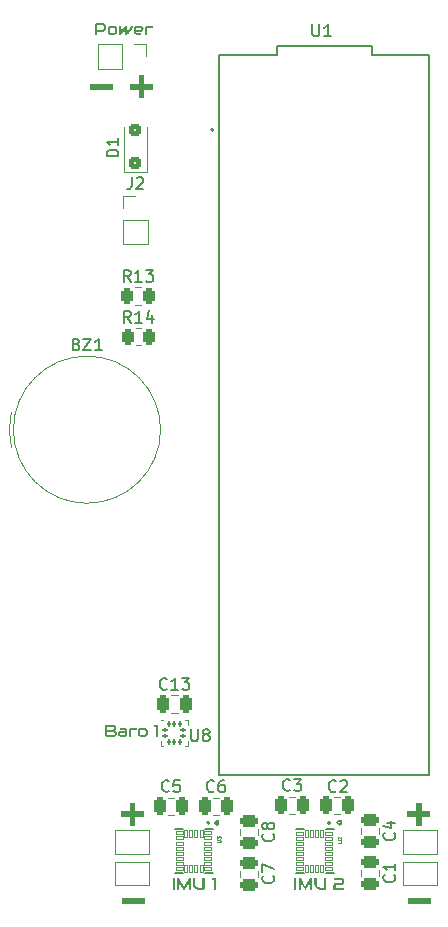
<source format=gto>
%TF.GenerationSoftware,KiCad,Pcbnew,7.0.2*%
%TF.CreationDate,2023-08-01T20:03:33-04:00*%
%TF.ProjectId,imu-testbed,696d752d-7465-4737-9462-65642e6b6963,rev?*%
%TF.SameCoordinates,Original*%
%TF.FileFunction,Legend,Top*%
%TF.FilePolarity,Positive*%
%FSLAX46Y46*%
G04 Gerber Fmt 4.6, Leading zero omitted, Abs format (unit mm)*
G04 Created by KiCad (PCBNEW 7.0.2) date 2023-08-01 20:03:33*
%MOMM*%
%LPD*%
G01*
G04 APERTURE LIST*
G04 Aperture macros list*
%AMRoundRect*
0 Rectangle with rounded corners*
0 $1 Rounding radius*
0 $2 $3 $4 $5 $6 $7 $8 $9 X,Y pos of 4 corners*
0 Add a 4 corners polygon primitive as box body*
4,1,4,$2,$3,$4,$5,$6,$7,$8,$9,$2,$3,0*
0 Add four circle primitives for the rounded corners*
1,1,$1+$1,$2,$3*
1,1,$1+$1,$4,$5*
1,1,$1+$1,$6,$7*
1,1,$1+$1,$8,$9*
0 Add four rect primitives between the rounded corners*
20,1,$1+$1,$2,$3,$4,$5,0*
20,1,$1+$1,$4,$5,$6,$7,0*
20,1,$1+$1,$6,$7,$8,$9,0*
20,1,$1+$1,$8,$9,$2,$3,0*%
%AMFreePoly0*
4,1,6,1.000000,0.000000,0.500000,-0.750000,-0.500000,-0.750000,-0.500000,0.750000,0.500000,0.750000,1.000000,0.000000,1.000000,0.000000,$1*%
%AMFreePoly1*
4,1,6,0.500000,-0.750000,-0.650000,-0.750000,-0.150000,0.000000,-0.650000,0.750000,0.500000,0.750000,0.500000,-0.750000,0.500000,-0.750000,$1*%
G04 Aperture macros list end*
%ADD10C,0.150000*%
%ADD11C,0.080129*%
%ADD12C,0.120000*%
%ADD13C,0.200000*%
%ADD14C,0.127000*%
%ADD15R,2.000000X2.000000*%
%ADD16C,2.000000*%
%ADD17RoundRect,0.250000X-0.262500X-0.450000X0.262500X-0.450000X0.262500X0.450000X-0.262500X0.450000X0*%
%ADD18R,1.350000X1.350000*%
%ADD19O,1.350000X1.350000*%
%ADD20FreePoly0,0.000000*%
%ADD21FreePoly1,0.000000*%
%ADD22RoundRect,0.250000X0.300000X-0.300000X0.300000X0.300000X-0.300000X0.300000X-0.300000X-0.300000X0*%
%ADD23RoundRect,0.002800X-0.262200X-0.137200X0.262200X-0.137200X0.262200X0.137200X-0.262200X0.137200X0*%
%ADD24RoundRect,0.002800X0.137200X-0.262200X0.137200X0.262200X-0.137200X0.262200X-0.137200X-0.262200X0*%
%ADD25RoundRect,0.002800X0.262200X0.137200X-0.262200X0.137200X-0.262200X-0.137200X0.262200X-0.137200X0*%
%ADD26RoundRect,0.002800X-0.137200X0.262200X-0.137200X-0.262200X0.137200X-0.262200X0.137200X0.262200X0*%
%ADD27RoundRect,0.250000X-0.475000X0.250000X-0.475000X-0.250000X0.475000X-0.250000X0.475000X0.250000X0*%
%ADD28RoundRect,0.250000X0.250000X0.475000X-0.250000X0.475000X-0.250000X-0.475000X0.250000X-0.475000X0*%
%ADD29RoundRect,0.250000X-0.250000X-0.475000X0.250000X-0.475000X0.250000X0.475000X-0.250000X0.475000X0*%
%ADD30RoundRect,0.087500X-0.125000X-0.087500X0.125000X-0.087500X0.125000X0.087500X-0.125000X0.087500X0*%
%ADD31RoundRect,0.087500X-0.087500X-0.125000X0.087500X-0.125000X0.087500X0.125000X-0.087500X0.125000X0*%
%ADD32C,1.308000*%
G04 APERTURE END LIST*
D10*
G36*
X154631396Y-140493154D02*
G01*
X153905995Y-140493154D01*
X153905995Y-141218555D01*
X153425325Y-141218555D01*
X153425325Y-140493154D01*
X152697725Y-140493154D01*
X152697725Y-140011018D01*
X153425325Y-140011018D01*
X153425325Y-139285617D01*
X153905995Y-139285617D01*
X153905995Y-140011018D01*
X154631396Y-140011018D01*
X154631396Y-140493154D01*
G37*
G36*
X154698807Y-147859154D02*
G01*
X152765869Y-147859154D01*
X152765869Y-147377018D01*
X154698807Y-147377018D01*
X154698807Y-147859154D01*
G37*
G36*
X130441807Y-147859154D02*
G01*
X128508869Y-147859154D01*
X128508869Y-147377018D01*
X130441807Y-147377018D01*
X130441807Y-147859154D01*
G37*
G36*
X130374396Y-140493154D02*
G01*
X129648995Y-140493154D01*
X129648995Y-141218555D01*
X129168325Y-141218555D01*
X129168325Y-140493154D01*
X128440725Y-140493154D01*
X128440725Y-140011018D01*
X129168325Y-140011018D01*
X129168325Y-139285617D01*
X129648995Y-139285617D01*
X129648995Y-140011018D01*
X130374396Y-140011018D01*
X130374396Y-140493154D01*
G37*
G36*
X127800304Y-132703254D02*
G01*
X127810966Y-132704113D01*
X127821866Y-132705544D01*
X127833005Y-132707548D01*
X127844382Y-132710124D01*
X127855998Y-132713272D01*
X127860711Y-132714692D01*
X127870092Y-132717787D01*
X127879304Y-132721332D01*
X127888349Y-132725328D01*
X127897226Y-132729774D01*
X127905934Y-132734670D01*
X127914475Y-132740017D01*
X127922848Y-132745814D01*
X127931053Y-132752061D01*
X127939060Y-132758717D01*
X127946715Y-132765861D01*
X127954020Y-132773493D01*
X127960973Y-132781614D01*
X127967575Y-132790224D01*
X127973826Y-132799322D01*
X127979726Y-132808908D01*
X127985275Y-132818983D01*
X127990370Y-132829593D01*
X127994785Y-132840782D01*
X127998522Y-132852552D01*
X128001578Y-132864901D01*
X128003425Y-132874544D01*
X128004890Y-132884513D01*
X128005973Y-132894808D01*
X128006673Y-132905430D01*
X128006992Y-132916378D01*
X128007013Y-132920100D01*
X128007013Y-132953561D01*
X128006765Y-132965522D01*
X128006021Y-132977711D01*
X128004780Y-132990129D01*
X128003044Y-133002776D01*
X128001416Y-133012412D01*
X127999509Y-133022176D01*
X127997323Y-133032070D01*
X127994858Y-133042092D01*
X127992114Y-133052243D01*
X127991137Y-133055655D01*
X127988034Y-133065859D01*
X127984588Y-133075957D01*
X127980799Y-133085946D01*
X127976666Y-133095829D01*
X127972189Y-133105604D01*
X127967369Y-133115272D01*
X127962206Y-133124833D01*
X127956699Y-133134286D01*
X127950848Y-133143632D01*
X127944655Y-133152870D01*
X127940334Y-133158969D01*
X127949703Y-133164955D01*
X127958882Y-133171310D01*
X127967869Y-133178035D01*
X127976666Y-133185130D01*
X127985271Y-133192595D01*
X127993686Y-133200429D01*
X127996999Y-133203666D01*
X128005151Y-133212036D01*
X128012970Y-133220811D01*
X128020455Y-133229991D01*
X128027605Y-133239577D01*
X128034422Y-133249569D01*
X128039635Y-133257854D01*
X128043405Y-133264238D01*
X128048278Y-133272932D01*
X128052885Y-133281915D01*
X128057224Y-133291189D01*
X128061296Y-133300752D01*
X128065101Y-133310606D01*
X128068638Y-133320750D01*
X128071909Y-133331184D01*
X128074912Y-133341907D01*
X128077660Y-133352853D01*
X128080041Y-133364072D01*
X128082056Y-133375567D01*
X128083705Y-133387337D01*
X128084987Y-133399381D01*
X128085903Y-133411700D01*
X128086453Y-133424294D01*
X128086636Y-133437162D01*
X128086636Y-133471600D01*
X128086362Y-133482024D01*
X128085539Y-133492685D01*
X128084167Y-133503586D01*
X128082247Y-133514724D01*
X128079779Y-133526102D01*
X128076761Y-133537718D01*
X128075401Y-133542431D01*
X128072363Y-133551754D01*
X128068867Y-133560917D01*
X128064914Y-133569920D01*
X128060502Y-133578762D01*
X128055632Y-133587444D01*
X128050305Y-133595966D01*
X128044519Y-133604327D01*
X128038276Y-133612528D01*
X128031620Y-133620424D01*
X128024476Y-133627992D01*
X128016844Y-133635232D01*
X128008722Y-133642143D01*
X128000113Y-133648726D01*
X127991015Y-133654981D01*
X127981428Y-133660908D01*
X127971353Y-133666506D01*
X127960744Y-133671544D01*
X127949555Y-133675909D01*
X127937785Y-133679604D01*
X127925436Y-133682626D01*
X127915793Y-133684452D01*
X127905824Y-133685901D01*
X127895528Y-133686971D01*
X127884907Y-133687664D01*
X127873959Y-133687979D01*
X127870237Y-133688000D01*
X127192463Y-133688000D01*
X127181822Y-133687459D01*
X127171606Y-133685836D01*
X127161815Y-133683131D01*
X127156559Y-133681161D01*
X127147683Y-133676908D01*
X127138590Y-133671231D01*
X127130309Y-133664553D01*
X127127983Y-133662354D01*
X127121004Y-133654316D01*
X127115026Y-133645467D01*
X127110051Y-133635807D01*
X127109176Y-133633778D01*
X127105870Y-133624242D01*
X127103646Y-133614320D01*
X127102504Y-133604012D01*
X127102337Y-133598118D01*
X127102337Y-132881510D01*
X127280879Y-132881510D01*
X127280879Y-133509458D01*
X127870237Y-133509458D01*
X127880281Y-133508897D01*
X127881960Y-133508725D01*
X127891394Y-133506115D01*
X127894173Y-133504573D01*
X127901204Y-133497563D01*
X127903942Y-133492849D01*
X127907056Y-133483019D01*
X127908058Y-133472783D01*
X127908094Y-133470135D01*
X127908094Y-133437162D01*
X127907826Y-133426420D01*
X127907021Y-133416025D01*
X127905679Y-133405975D01*
X127903801Y-133396271D01*
X127900839Y-133385082D01*
X127897103Y-133374392D01*
X127892664Y-133364234D01*
X127887589Y-133354642D01*
X127881879Y-133345618D01*
X127875534Y-133337160D01*
X127868553Y-133329269D01*
X127866085Y-133326764D01*
X127858365Y-133319589D01*
X127850045Y-133313083D01*
X127841123Y-133307247D01*
X127831601Y-133302081D01*
X127821477Y-133297584D01*
X127817969Y-133296234D01*
X127807195Y-133292582D01*
X127795941Y-133289685D01*
X127786195Y-133287849D01*
X127776115Y-133286537D01*
X127765702Y-133285750D01*
X127754954Y-133285487D01*
X127352442Y-133285487D01*
X127352442Y-133105480D01*
X127674598Y-133105480D01*
X127685346Y-133105224D01*
X127695760Y-133104455D01*
X127705839Y-133103173D01*
X127715585Y-133101378D01*
X127726839Y-133098547D01*
X127737613Y-133094978D01*
X127747937Y-133090630D01*
X127757660Y-133085647D01*
X127766782Y-133080028D01*
X127775303Y-133073775D01*
X127783222Y-133066885D01*
X127785729Y-133064448D01*
X127792904Y-133056662D01*
X127799410Y-133048327D01*
X127805246Y-133039443D01*
X127810413Y-133030009D01*
X127814909Y-133020026D01*
X127816259Y-133016576D01*
X127819911Y-133005877D01*
X127822808Y-132994663D01*
X127824644Y-132984924D01*
X127825956Y-132974828D01*
X127826743Y-132964373D01*
X127827006Y-132953561D01*
X127827006Y-132920100D01*
X127826099Y-132908983D01*
X127822619Y-132898129D01*
X127816528Y-132889989D01*
X127807827Y-132884562D01*
X127796515Y-132881849D01*
X127789881Y-132881510D01*
X127280879Y-132881510D01*
X127102337Y-132881510D01*
X127102337Y-132792849D01*
X127102878Y-132782582D01*
X127104501Y-132772662D01*
X127107206Y-132763090D01*
X127109176Y-132757923D01*
X127113429Y-132748928D01*
X127119105Y-132739750D01*
X127125784Y-132731430D01*
X127127983Y-132729102D01*
X127136021Y-132721865D01*
X127144870Y-132715726D01*
X127153527Y-132711139D01*
X127156559Y-132709807D01*
X127166114Y-132706501D01*
X127176094Y-132704277D01*
X127186499Y-132703135D01*
X127192463Y-132702968D01*
X127789881Y-132702968D01*
X127800304Y-132703254D01*
G37*
G36*
X128982763Y-133442047D02*
G01*
X128982441Y-133453792D01*
X128981475Y-133465822D01*
X128980238Y-133475653D01*
X128978590Y-133485667D01*
X128976529Y-133495864D01*
X128974056Y-133506245D01*
X128971171Y-133516808D01*
X128969574Y-133522159D01*
X128966082Y-133532806D01*
X128962079Y-133543255D01*
X128957564Y-133553506D01*
X128952538Y-133563558D01*
X128947000Y-133573411D01*
X128940952Y-133583067D01*
X128934391Y-133592523D01*
X128927320Y-133601782D01*
X128919771Y-133610758D01*
X128911658Y-133619367D01*
X128902979Y-133627610D01*
X128893736Y-133635487D01*
X128883929Y-133642998D01*
X128873556Y-133650142D01*
X128862618Y-133656920D01*
X128854045Y-133661762D01*
X128851116Y-133663331D01*
X128842143Y-133667740D01*
X128832809Y-133671714D01*
X128823115Y-133675256D01*
X128813060Y-133678363D01*
X128802644Y-133681037D01*
X128791868Y-133683278D01*
X128780731Y-133685085D01*
X128769234Y-133686458D01*
X128757375Y-133687397D01*
X128745157Y-133687903D01*
X128736810Y-133688000D01*
X128414654Y-133688000D01*
X128402909Y-133687683D01*
X128390879Y-133686735D01*
X128381048Y-133685522D01*
X128371034Y-133683904D01*
X128360837Y-133681881D01*
X128350456Y-133679454D01*
X128339893Y-133676622D01*
X128334542Y-133675055D01*
X128323948Y-133671509D01*
X128313538Y-133667468D01*
X128303310Y-133662930D01*
X128293265Y-133657897D01*
X128283404Y-133652367D01*
X128273726Y-133646341D01*
X128264231Y-133639819D01*
X128254919Y-133632801D01*
X128245943Y-133625199D01*
X128237334Y-133617047D01*
X128229091Y-133608346D01*
X128221214Y-133599095D01*
X128213703Y-133589295D01*
X128206559Y-133578945D01*
X128199781Y-133568046D01*
X128194939Y-133559511D01*
X128193370Y-133556597D01*
X128188962Y-133547580D01*
X128184987Y-133538207D01*
X128181445Y-133528478D01*
X128178338Y-133518392D01*
X128175664Y-133507950D01*
X128173423Y-133497151D01*
X128171616Y-133485997D01*
X128170243Y-133474485D01*
X128169304Y-133462618D01*
X128168798Y-133450394D01*
X128168702Y-133442047D01*
X128169018Y-133430296D01*
X128169966Y-133418248D01*
X128171179Y-133408394D01*
X128172797Y-133398349D01*
X128174820Y-133388114D01*
X128177247Y-133377688D01*
X128180079Y-133367071D01*
X128181646Y-133361691D01*
X128185192Y-133350986D01*
X128189233Y-133340488D01*
X128193771Y-133330195D01*
X128198804Y-133320109D01*
X128204334Y-133310228D01*
X128210360Y-133300554D01*
X128216882Y-133291086D01*
X128223900Y-133281824D01*
X128231502Y-133272794D01*
X128239654Y-133264147D01*
X128248355Y-133255880D01*
X128257606Y-133247996D01*
X128267406Y-133240493D01*
X128277756Y-133233372D01*
X128288655Y-133226632D01*
X128297190Y-133221828D01*
X128300104Y-133220274D01*
X128309121Y-133215822D01*
X128318494Y-133211808D01*
X128328223Y-133208232D01*
X128338309Y-133205093D01*
X128348751Y-133202393D01*
X128359550Y-133200130D01*
X128370704Y-133198305D01*
X128382216Y-133196919D01*
X128394083Y-133195970D01*
X128406307Y-133195459D01*
X128414654Y-133195362D01*
X128736810Y-133195362D01*
X128736810Y-133365843D01*
X128414654Y-133365843D01*
X128403681Y-133366392D01*
X128393507Y-133368038D01*
X128382353Y-133371461D01*
X128372349Y-133376464D01*
X128363497Y-133383047D01*
X128358234Y-133388314D01*
X128351511Y-133397026D01*
X128346178Y-133406494D01*
X128342237Y-133416718D01*
X128339687Y-133427698D01*
X128338624Y-133437424D01*
X128338450Y-133443512D01*
X128339011Y-133454051D01*
X128340692Y-133463839D01*
X128344190Y-133474592D01*
X128349302Y-133484264D01*
X128356028Y-133492853D01*
X128361409Y-133497979D01*
X128370328Y-133504619D01*
X128379865Y-133509885D01*
X128390020Y-133513778D01*
X128400793Y-133516297D01*
X128412185Y-133517442D01*
X128416120Y-133517518D01*
X128736810Y-133517518D01*
X128747777Y-133516981D01*
X128757934Y-133515371D01*
X128769050Y-133512023D01*
X128779000Y-133507128D01*
X128787781Y-133500688D01*
X128792986Y-133495536D01*
X128799793Y-133486907D01*
X128805191Y-133477504D01*
X128809181Y-133467329D01*
X128811762Y-133456381D01*
X128812838Y-133446667D01*
X128813014Y-133440581D01*
X128813014Y-133191454D01*
X128812483Y-133180821D01*
X128810891Y-133170903D01*
X128807580Y-133159946D01*
X128802740Y-133150020D01*
X128796371Y-133141125D01*
X128791277Y-133135766D01*
X128782813Y-133128711D01*
X128773542Y-133123115D01*
X128763464Y-133118979D01*
X128752579Y-133116303D01*
X128740887Y-133115087D01*
X128736810Y-133115006D01*
X128344556Y-133115006D01*
X128344556Y-132945501D01*
X128736810Y-132945501D01*
X128748549Y-132945823D01*
X128760562Y-132946789D01*
X128770370Y-132948026D01*
X128780353Y-132949674D01*
X128790512Y-132951735D01*
X128800847Y-132954208D01*
X128811357Y-132957093D01*
X128816678Y-132958690D01*
X128827325Y-132962182D01*
X128837774Y-132966186D01*
X128848025Y-132970700D01*
X128858077Y-132975726D01*
X128867931Y-132981264D01*
X128877586Y-132987313D01*
X128887043Y-132993873D01*
X128896301Y-133000944D01*
X128905330Y-133008493D01*
X128913978Y-133016606D01*
X128922244Y-133025285D01*
X128930129Y-133034528D01*
X128937631Y-133044336D01*
X128944753Y-133054708D01*
X128951492Y-133065646D01*
X128956296Y-133074220D01*
X128957850Y-133077148D01*
X128962302Y-133086121D01*
X128966317Y-133095455D01*
X128969893Y-133105149D01*
X128973031Y-133115204D01*
X128975732Y-133125620D01*
X128977994Y-133136396D01*
X128979819Y-133147533D01*
X128981206Y-133159031D01*
X128982155Y-133170889D01*
X128982666Y-133183108D01*
X128982763Y-133191454D01*
X128982763Y-133442047D01*
G37*
G36*
X129780460Y-133124043D02*
G01*
X129378436Y-133124043D01*
X129367499Y-133124490D01*
X129357432Y-133125832D01*
X129346502Y-133128622D01*
X129336824Y-133132701D01*
X129328401Y-133138068D01*
X129323482Y-133142361D01*
X129316344Y-133151075D01*
X129311621Y-133159827D01*
X129308187Y-133169765D01*
X129306040Y-133180888D01*
X129305235Y-133191062D01*
X129305163Y-133195362D01*
X129305163Y-133688000D01*
X129126378Y-133688000D01*
X129126378Y-133195362D01*
X129126561Y-133184031D01*
X129127110Y-133172998D01*
X129128026Y-133162263D01*
X129129309Y-133151825D01*
X129130957Y-133141685D01*
X129132972Y-133131843D01*
X129135354Y-133122299D01*
X129138101Y-133113052D01*
X129141956Y-133101888D01*
X129146192Y-133091142D01*
X129150810Y-133080812D01*
X129155809Y-133070901D01*
X129161190Y-133061407D01*
X129166953Y-133052330D01*
X129169364Y-133048816D01*
X129175614Y-133040318D01*
X129182149Y-133032225D01*
X129188971Y-133024537D01*
X129196079Y-133017255D01*
X129203473Y-133010379D01*
X129211153Y-133003908D01*
X129214305Y-133001433D01*
X129222303Y-132995500D01*
X129230419Y-132989912D01*
X129240317Y-132983664D01*
X129250386Y-132977914D01*
X129260627Y-132972662D01*
X129267550Y-132969437D01*
X129278017Y-132965006D01*
X129288536Y-132961056D01*
X129299106Y-132957587D01*
X129309728Y-132954599D01*
X129320401Y-132952092D01*
X129323970Y-132951363D01*
X129334549Y-132949371D01*
X129344853Y-132947791D01*
X129354882Y-132946623D01*
X129364637Y-132945868D01*
X129375670Y-132945507D01*
X129377215Y-132945501D01*
X129780460Y-132945501D01*
X129780460Y-133124043D01*
G37*
G36*
X130460420Y-132945718D02*
G01*
X130472747Y-132946368D01*
X130484714Y-132947453D01*
X130496321Y-132948970D01*
X130507566Y-132950922D01*
X130518451Y-132953307D01*
X130528976Y-132956125D01*
X130539139Y-132959377D01*
X130548943Y-132963063D01*
X130558385Y-132967183D01*
X130564480Y-132970170D01*
X130573338Y-132974909D01*
X130581870Y-132979876D01*
X130592739Y-132986852D01*
X130603028Y-132994232D01*
X130612737Y-133002018D01*
X130621865Y-133010207D01*
X130630414Y-133018802D01*
X130638382Y-133027801D01*
X130642149Y-133032452D01*
X130649285Y-133041897D01*
X130655918Y-133051548D01*
X130662047Y-133061406D01*
X130667672Y-133071469D01*
X130672794Y-133081739D01*
X130677411Y-133092215D01*
X130681525Y-133102897D01*
X130685136Y-133113785D01*
X130688284Y-133124676D01*
X130691013Y-133135370D01*
X130693322Y-133145864D01*
X130695211Y-133156161D01*
X130696680Y-133166259D01*
X130697729Y-133176158D01*
X130698451Y-133188253D01*
X130698569Y-133195362D01*
X130698569Y-133437162D01*
X130698386Y-133448558D01*
X130697836Y-133459663D01*
X130696920Y-133470478D01*
X130695638Y-133481004D01*
X130693989Y-133491239D01*
X130691974Y-133501184D01*
X130689593Y-133510839D01*
X130686845Y-133520205D01*
X130682997Y-133531439D01*
X130678779Y-133542244D01*
X130674191Y-133552619D01*
X130669233Y-133562566D01*
X130663906Y-133572082D01*
X130658209Y-133581170D01*
X130655826Y-133584685D01*
X130649712Y-133593183D01*
X130643276Y-133601276D01*
X130636517Y-133608964D01*
X130629437Y-133616246D01*
X130622034Y-133623122D01*
X130614310Y-133629593D01*
X130611130Y-133632068D01*
X130603132Y-133638001D01*
X130595016Y-133643588D01*
X130585118Y-133649837D01*
X130575049Y-133655587D01*
X130564808Y-133660839D01*
X130557885Y-133664064D01*
X130547501Y-133668420D01*
X130537048Y-133672330D01*
X130526527Y-133675793D01*
X130515936Y-133678810D01*
X130505277Y-133681380D01*
X130501709Y-133682138D01*
X130491105Y-133684130D01*
X130480723Y-133685710D01*
X130470565Y-133686878D01*
X130460631Y-133687633D01*
X130449322Y-133687994D01*
X130447732Y-133688000D01*
X130125575Y-133688000D01*
X130113807Y-133687683D01*
X130101704Y-133686735D01*
X130091782Y-133685522D01*
X130081646Y-133683904D01*
X130071296Y-133681881D01*
X130060733Y-133679454D01*
X130049955Y-133676622D01*
X130044487Y-133675055D01*
X130033599Y-133671498D01*
X130022917Y-133667422D01*
X130012441Y-133662827D01*
X130002172Y-133657713D01*
X129992108Y-133652081D01*
X129982250Y-133645929D01*
X129972599Y-133639258D01*
X129963154Y-133632068D01*
X129954002Y-133624283D01*
X129945232Y-133615948D01*
X129936844Y-133607064D01*
X129928838Y-133597630D01*
X129921213Y-133587646D01*
X129913969Y-133577113D01*
X129907108Y-133566031D01*
X129902212Y-133557358D01*
X129900628Y-133554399D01*
X129896132Y-133545234D01*
X129892078Y-133535691D01*
X129888467Y-133525771D01*
X129885297Y-133515472D01*
X129882571Y-133504796D01*
X129880286Y-133493742D01*
X129878443Y-133482311D01*
X129877043Y-133470501D01*
X129876085Y-133458314D01*
X129875569Y-133445749D01*
X129875471Y-133437162D01*
X130054256Y-133437162D01*
X130054704Y-133447748D01*
X130056045Y-133457522D01*
X130058836Y-133468181D01*
X130062915Y-133477672D01*
X130068281Y-133485995D01*
X130072575Y-133490896D01*
X130080145Y-133497204D01*
X130088935Y-133502207D01*
X130098944Y-133505905D01*
X130110173Y-133508298D01*
X130120461Y-133509295D01*
X130127041Y-133509458D01*
X130447732Y-133509458D01*
X130458651Y-133509005D01*
X130468664Y-133507645D01*
X130479483Y-133504817D01*
X130488997Y-133500684D01*
X130497206Y-133495246D01*
X130501953Y-133490896D01*
X130508901Y-133481980D01*
X130513497Y-133473072D01*
X130516841Y-133462997D01*
X130518930Y-133451755D01*
X130519714Y-133441494D01*
X130519783Y-133437162D01*
X130519783Y-133196827D01*
X130519330Y-133185697D01*
X130517970Y-133175508D01*
X130515143Y-133164526D01*
X130511010Y-133154900D01*
X130505571Y-133146631D01*
X130501221Y-133141872D01*
X130492400Y-133134925D01*
X130483556Y-133130328D01*
X130473527Y-133126985D01*
X130462312Y-133124896D01*
X130452062Y-133124112D01*
X130447732Y-133124043D01*
X130127041Y-133124043D01*
X130116244Y-133124490D01*
X130106294Y-133125832D01*
X130095472Y-133128622D01*
X130085870Y-133132701D01*
X130077486Y-133138068D01*
X130072575Y-133142361D01*
X130065437Y-133151075D01*
X130060714Y-133159827D01*
X130057280Y-133169765D01*
X130055133Y-133180888D01*
X130054328Y-133191062D01*
X130054256Y-133195362D01*
X130054256Y-133437162D01*
X129875471Y-133437162D01*
X129875471Y-133195362D01*
X129875692Y-133182678D01*
X129876355Y-133170363D01*
X129877460Y-133158418D01*
X129879008Y-133146841D01*
X129880998Y-133135634D01*
X129883430Y-133124796D01*
X129886305Y-133114328D01*
X129889621Y-133104229D01*
X129893380Y-133094498D01*
X129897581Y-133085138D01*
X129900628Y-133079102D01*
X129905452Y-133070285D01*
X129910491Y-133061786D01*
X129917543Y-133050947D01*
X129924977Y-133040674D01*
X129932793Y-133030965D01*
X129940991Y-133021821D01*
X129949570Y-133013242D01*
X129958530Y-133005228D01*
X129963154Y-133001433D01*
X129972599Y-132994247D01*
X129982250Y-132987587D01*
X129992108Y-132981455D01*
X130002172Y-132975848D01*
X130012441Y-132970769D01*
X130022917Y-132966216D01*
X130033599Y-132962190D01*
X130044487Y-132958690D01*
X130055371Y-132955599D01*
X130066041Y-132952920D01*
X130076498Y-132950653D01*
X130086741Y-132948799D01*
X130096770Y-132947356D01*
X130106585Y-132946326D01*
X130118554Y-132945617D01*
X130125575Y-132945501D01*
X130447732Y-132945501D01*
X130460420Y-132945718D01*
G37*
G36*
X131606175Y-133688000D02*
G01*
X131426901Y-133688000D01*
X131426901Y-132881510D01*
X131265457Y-132881510D01*
X131265457Y-132702968D01*
X131606175Y-132702968D01*
X131606175Y-133688000D01*
G37*
X147118605Y-140970000D02*
G75*
G03*
X147118605Y-140970000I-179605J0D01*
G01*
X136704605Y-140983000D02*
G75*
G03*
X136704605Y-140983000I-179605J0D01*
G01*
G36*
X143285810Y-146642000D02*
G01*
X143107024Y-146642000D01*
X143107024Y-145656968D01*
X143285810Y-145656968D01*
X143285810Y-146642000D01*
G37*
G36*
X144639159Y-146642000D02*
G01*
X144459152Y-146642000D01*
X144459152Y-146055328D01*
X144142369Y-146612446D01*
X144136891Y-146621252D01*
X144130502Y-146629076D01*
X144123200Y-146635918D01*
X144114987Y-146641778D01*
X144109885Y-146644686D01*
X144100555Y-146648969D01*
X144090945Y-146652200D01*
X144081054Y-146654378D01*
X144070883Y-146655505D01*
X144064944Y-146655677D01*
X144054838Y-146655151D01*
X144045036Y-146653573D01*
X144035537Y-146650944D01*
X144026343Y-146647262D01*
X144021225Y-146644686D01*
X144012765Y-146639387D01*
X144005123Y-146633106D01*
X143998299Y-146625843D01*
X143992294Y-146617598D01*
X143989229Y-146612446D01*
X143671225Y-146055328D01*
X143671225Y-146642000D01*
X143492683Y-146642000D01*
X143492683Y-145733172D01*
X143493319Y-145721789D01*
X143495225Y-145710904D01*
X143498402Y-145700517D01*
X143502850Y-145690628D01*
X143508569Y-145681237D01*
X143510757Y-145678217D01*
X143518022Y-145669791D01*
X143526076Y-145662464D01*
X143534920Y-145656235D01*
X143544554Y-145651106D01*
X143554979Y-145647076D01*
X143558629Y-145645977D01*
X143568536Y-145644146D01*
X143578443Y-145643353D01*
X143587450Y-145643535D01*
X143597241Y-145644697D01*
X143606802Y-145646841D01*
X143615293Y-145649641D01*
X143624240Y-145653658D01*
X143633342Y-145659159D01*
X143639718Y-145664051D01*
X143646870Y-145670894D01*
X143653214Y-145678660D01*
X143658280Y-145686521D01*
X144064944Y-146393360D01*
X144471609Y-145686521D01*
X144477900Y-145677254D01*
X144485050Y-145669050D01*
X144493058Y-145661912D01*
X144501925Y-145655838D01*
X144511651Y-145650830D01*
X144515084Y-145649397D01*
X144525611Y-145645928D01*
X144536310Y-145643764D01*
X144547181Y-145642905D01*
X144558223Y-145643352D01*
X144569438Y-145645103D01*
X144573214Y-145645977D01*
X144583661Y-145649641D01*
X144593387Y-145654404D01*
X144602391Y-145660265D01*
X144610674Y-145667226D01*
X144618236Y-145675286D01*
X144620597Y-145678217D01*
X144626905Y-145687442D01*
X144631908Y-145697165D01*
X144635606Y-145707386D01*
X144637999Y-145718105D01*
X144639087Y-145729322D01*
X144639159Y-145733172D01*
X144639159Y-146642000D01*
G37*
G36*
X145804930Y-146552118D02*
G01*
X145804389Y-146562641D01*
X145802767Y-146572778D01*
X145800062Y-146582528D01*
X145798092Y-146587778D01*
X145793800Y-146596654D01*
X145787990Y-146605746D01*
X145781083Y-146614028D01*
X145778796Y-146616354D01*
X145770735Y-146623333D01*
X145761814Y-146629310D01*
X145753051Y-146633833D01*
X145749976Y-146635161D01*
X145740597Y-146638467D01*
X145730870Y-146640691D01*
X145720796Y-146641833D01*
X145715049Y-146642000D01*
X145312537Y-146642000D01*
X145301810Y-146641892D01*
X145291062Y-146641570D01*
X145280292Y-146641034D01*
X145269500Y-146640282D01*
X145258688Y-146639316D01*
X145247854Y-146638136D01*
X145236998Y-146636740D01*
X145226121Y-146635130D01*
X145215222Y-146633306D01*
X145204302Y-146631266D01*
X145197010Y-146629787D01*
X145186097Y-146627336D01*
X145175249Y-146624653D01*
X145164464Y-146621737D01*
X145153745Y-146618590D01*
X145143089Y-146615211D01*
X145132498Y-146611601D01*
X145121972Y-146607758D01*
X145111510Y-146603684D01*
X145101112Y-146599378D01*
X145090779Y-146594840D01*
X145083926Y-146591685D01*
X145073769Y-146586709D01*
X145063724Y-146581487D01*
X145053791Y-146576021D01*
X145043969Y-146570310D01*
X145034259Y-146564355D01*
X145024660Y-146558155D01*
X145015174Y-146551710D01*
X145005798Y-146545020D01*
X144996535Y-146538085D01*
X144987383Y-146530906D01*
X144981344Y-146525984D01*
X144972427Y-146518389D01*
X144963721Y-146510531D01*
X144955225Y-146502412D01*
X144946940Y-146494030D01*
X144938865Y-146485387D01*
X144931000Y-146476482D01*
X144923346Y-146467315D01*
X144915902Y-146457886D01*
X144908668Y-146448195D01*
X144901645Y-146438243D01*
X144897080Y-146431462D01*
X144890481Y-146421067D01*
X144884148Y-146410396D01*
X144878082Y-146399451D01*
X144872281Y-146388231D01*
X144866747Y-146376737D01*
X144861479Y-146364967D01*
X144856478Y-146352923D01*
X144851742Y-146340604D01*
X144847273Y-146328010D01*
X144843070Y-146315142D01*
X144840415Y-146306410D01*
X144836749Y-146293077D01*
X144833443Y-146279456D01*
X144830498Y-146265548D01*
X144827913Y-146251352D01*
X144825689Y-146236869D01*
X144824407Y-146227053D01*
X144823285Y-146217110D01*
X144822323Y-146207039D01*
X144821522Y-146196839D01*
X144820881Y-146186513D01*
X144820400Y-146176058D01*
X144820079Y-146165475D01*
X144819919Y-146154765D01*
X144819899Y-146149362D01*
X144819899Y-145656968D01*
X144998441Y-145656968D01*
X144998441Y-146149362D01*
X144998625Y-146163352D01*
X144999179Y-146176931D01*
X145000102Y-146190097D01*
X145001394Y-146202851D01*
X145003056Y-146215193D01*
X145005087Y-146227122D01*
X145007487Y-146238640D01*
X145010256Y-146249745D01*
X145013394Y-146260439D01*
X145016902Y-146270720D01*
X145019445Y-146277345D01*
X145023483Y-146286951D01*
X145027717Y-146296261D01*
X145032149Y-146305275D01*
X145036779Y-146313993D01*
X145043259Y-146325155D01*
X145050090Y-146335791D01*
X145057273Y-146345901D01*
X145064806Y-146355484D01*
X145072690Y-146364540D01*
X145080846Y-146373039D01*
X145089192Y-146381072D01*
X145097729Y-146388640D01*
X145106457Y-146395742D01*
X145115376Y-146402378D01*
X145124485Y-146408549D01*
X145133785Y-146414254D01*
X145143277Y-146419494D01*
X145152863Y-146424284D01*
X145162327Y-146428760D01*
X145171670Y-146432924D01*
X145180890Y-146436774D01*
X145192243Y-146441148D01*
X145203406Y-146445032D01*
X145214378Y-146448427D01*
X145216549Y-146449048D01*
X145227185Y-146451851D01*
X145237415Y-146454309D01*
X145247240Y-146456421D01*
X145258494Y-146458499D01*
X145269164Y-146460079D01*
X145277610Y-146461016D01*
X145288381Y-146461967D01*
X145298544Y-146462769D01*
X145308779Y-146463372D01*
X145312537Y-146463458D01*
X145626389Y-146463458D01*
X145626389Y-145656968D01*
X145804930Y-145656968D01*
X145804930Y-146552118D01*
G37*
G36*
X147335356Y-146642000D02*
G01*
X146430681Y-146642000D01*
X146430681Y-146311539D01*
X146430961Y-146300286D01*
X146431648Y-146290417D01*
X146432747Y-146280342D01*
X146434258Y-146270061D01*
X146436182Y-146259573D01*
X146436542Y-146257806D01*
X146438964Y-146247107D01*
X146441832Y-146236442D01*
X146445146Y-146225812D01*
X146448907Y-146215216D01*
X146453115Y-146204654D01*
X146454616Y-146201141D01*
X146459537Y-146190620D01*
X146464955Y-146180304D01*
X146470871Y-146170195D01*
X146476182Y-146161928D01*
X146481838Y-146153804D01*
X146486612Y-146147408D01*
X146492985Y-146139613D01*
X146499740Y-146132104D01*
X146506877Y-146124882D01*
X146514395Y-146117946D01*
X146522295Y-146111296D01*
X146530576Y-146104932D01*
X146533995Y-146102467D01*
X146542905Y-146096552D01*
X146552232Y-146091018D01*
X146561977Y-146085866D01*
X146572139Y-146081096D01*
X146582719Y-146076707D01*
X146593716Y-146072700D01*
X146598231Y-146071204D01*
X146609842Y-146067827D01*
X146619475Y-146065537D01*
X146629412Y-146063613D01*
X146639655Y-146062056D01*
X146650203Y-146060866D01*
X146661057Y-146060041D01*
X146672216Y-146059583D01*
X146680785Y-146059480D01*
X147083297Y-146059480D01*
X147094211Y-146059039D01*
X147104206Y-146057715D01*
X147114988Y-146054962D01*
X147124448Y-146050938D01*
X147133813Y-146044636D01*
X147137275Y-146041406D01*
X147144127Y-146032586D01*
X147148661Y-146023741D01*
X147151958Y-146013712D01*
X147154019Y-146002498D01*
X147154792Y-145992248D01*
X147154861Y-145987917D01*
X147154861Y-145909027D01*
X147154419Y-145898089D01*
X147153096Y-145888023D01*
X147150342Y-145877092D01*
X147146318Y-145867415D01*
X147141023Y-145858991D01*
X147136787Y-145854072D01*
X147128203Y-145846839D01*
X147119599Y-145842054D01*
X147109845Y-145838573D01*
X147098940Y-145836398D01*
X147088973Y-145835582D01*
X147084763Y-145835510D01*
X146511036Y-145835510D01*
X146511036Y-145656968D01*
X147084763Y-145656968D01*
X147095922Y-145657151D01*
X147106806Y-145657701D01*
X147117415Y-145658617D01*
X147127750Y-145659899D01*
X147137809Y-145661548D01*
X147147594Y-145663563D01*
X147157105Y-145665944D01*
X147166340Y-145668692D01*
X147177504Y-145672482D01*
X147188250Y-145676677D01*
X147198579Y-145681278D01*
X147208491Y-145686285D01*
X147217985Y-145691697D01*
X147227062Y-145697514D01*
X147230576Y-145699955D01*
X147239080Y-145706204D01*
X147247191Y-145712739D01*
X147254908Y-145719561D01*
X147262232Y-145726669D01*
X147269162Y-145734063D01*
X147275699Y-145741743D01*
X147278203Y-145744896D01*
X147284283Y-145752893D01*
X147290005Y-145761010D01*
X147295369Y-145769246D01*
X147301334Y-145779287D01*
X147306784Y-145789499D01*
X147310932Y-145798140D01*
X147315454Y-145808608D01*
X147319496Y-145819126D01*
X147323056Y-145829696D01*
X147326136Y-145840318D01*
X147328735Y-145850991D01*
X147329494Y-145854561D01*
X147331486Y-145865056D01*
X147333066Y-145875294D01*
X147334234Y-145885275D01*
X147335076Y-145896593D01*
X147335356Y-145907561D01*
X147335356Y-145987917D01*
X147335135Y-146000776D01*
X147334472Y-146013248D01*
X147333366Y-146025334D01*
X147331818Y-146037033D01*
X147329828Y-146048346D01*
X147327396Y-146059272D01*
X147324522Y-146069812D01*
X147321205Y-146079966D01*
X147317446Y-146089734D01*
X147313245Y-146099114D01*
X147310199Y-146105154D01*
X147305414Y-146113929D01*
X147300402Y-146122396D01*
X147293364Y-146133203D01*
X147285923Y-146143462D01*
X147278076Y-146153170D01*
X147269826Y-146162329D01*
X147261170Y-146170939D01*
X147252110Y-146178999D01*
X147247429Y-146182823D01*
X147237930Y-146190017D01*
X147228240Y-146196699D01*
X147218360Y-146202870D01*
X147208289Y-146208530D01*
X147198027Y-146213678D01*
X147187574Y-146218314D01*
X147176930Y-146222440D01*
X147166096Y-146226054D01*
X147155261Y-146229202D01*
X147144618Y-146231931D01*
X147134165Y-146234240D01*
X147123903Y-146236129D01*
X147113832Y-146237598D01*
X147103951Y-146238648D01*
X147091869Y-146239369D01*
X147084763Y-146239487D01*
X146680785Y-146239487D01*
X146670344Y-146239869D01*
X146659911Y-146241211D01*
X146649951Y-146243834D01*
X146645614Y-146245593D01*
X146636696Y-146250791D01*
X146628817Y-146257817D01*
X146625342Y-146262202D01*
X146620192Y-146271020D01*
X146616251Y-146280806D01*
X146614840Y-146285649D01*
X146612447Y-146295358D01*
X146610398Y-146305066D01*
X146609222Y-146311539D01*
X146609222Y-146463458D01*
X147335356Y-146463458D01*
X147335356Y-146642000D01*
G37*
G36*
X132998810Y-146642000D02*
G01*
X132820024Y-146642000D01*
X132820024Y-145656968D01*
X132998810Y-145656968D01*
X132998810Y-146642000D01*
G37*
G36*
X134352159Y-146642000D02*
G01*
X134172152Y-146642000D01*
X134172152Y-146055328D01*
X133855369Y-146612446D01*
X133849891Y-146621252D01*
X133843502Y-146629076D01*
X133836200Y-146635918D01*
X133827987Y-146641778D01*
X133822885Y-146644686D01*
X133813555Y-146648969D01*
X133803945Y-146652200D01*
X133794054Y-146654378D01*
X133783883Y-146655505D01*
X133777944Y-146655677D01*
X133767838Y-146655151D01*
X133758036Y-146653573D01*
X133748537Y-146650944D01*
X133739343Y-146647262D01*
X133734225Y-146644686D01*
X133725765Y-146639387D01*
X133718123Y-146633106D01*
X133711299Y-146625843D01*
X133705294Y-146617598D01*
X133702229Y-146612446D01*
X133384225Y-146055328D01*
X133384225Y-146642000D01*
X133205683Y-146642000D01*
X133205683Y-145733172D01*
X133206319Y-145721789D01*
X133208225Y-145710904D01*
X133211402Y-145700517D01*
X133215850Y-145690628D01*
X133221569Y-145681237D01*
X133223757Y-145678217D01*
X133231022Y-145669791D01*
X133239076Y-145662464D01*
X133247920Y-145656235D01*
X133257554Y-145651106D01*
X133267979Y-145647076D01*
X133271629Y-145645977D01*
X133281536Y-145644146D01*
X133291443Y-145643353D01*
X133300450Y-145643535D01*
X133310241Y-145644697D01*
X133319802Y-145646841D01*
X133328293Y-145649641D01*
X133337240Y-145653658D01*
X133346342Y-145659159D01*
X133352718Y-145664051D01*
X133359870Y-145670894D01*
X133366214Y-145678660D01*
X133371280Y-145686521D01*
X133777944Y-146393360D01*
X134184609Y-145686521D01*
X134190900Y-145677254D01*
X134198050Y-145669050D01*
X134206058Y-145661912D01*
X134214925Y-145655838D01*
X134224651Y-145650830D01*
X134228084Y-145649397D01*
X134238611Y-145645928D01*
X134249310Y-145643764D01*
X134260181Y-145642905D01*
X134271223Y-145643352D01*
X134282438Y-145645103D01*
X134286214Y-145645977D01*
X134296661Y-145649641D01*
X134306387Y-145654404D01*
X134315391Y-145660265D01*
X134323674Y-145667226D01*
X134331236Y-145675286D01*
X134333597Y-145678217D01*
X134339905Y-145687442D01*
X134344908Y-145697165D01*
X134348606Y-145707386D01*
X134350999Y-145718105D01*
X134352087Y-145729322D01*
X134352159Y-145733172D01*
X134352159Y-146642000D01*
G37*
G36*
X135517930Y-146552118D02*
G01*
X135517389Y-146562641D01*
X135515767Y-146572778D01*
X135513062Y-146582528D01*
X135511092Y-146587778D01*
X135506800Y-146596654D01*
X135500990Y-146605746D01*
X135494083Y-146614028D01*
X135491796Y-146616354D01*
X135483735Y-146623333D01*
X135474814Y-146629310D01*
X135466051Y-146633833D01*
X135462976Y-146635161D01*
X135453597Y-146638467D01*
X135443870Y-146640691D01*
X135433796Y-146641833D01*
X135428049Y-146642000D01*
X135025537Y-146642000D01*
X135014810Y-146641892D01*
X135004062Y-146641570D01*
X134993292Y-146641034D01*
X134982500Y-146640282D01*
X134971688Y-146639316D01*
X134960854Y-146638136D01*
X134949998Y-146636740D01*
X134939121Y-146635130D01*
X134928222Y-146633306D01*
X134917302Y-146631266D01*
X134910010Y-146629787D01*
X134899097Y-146627336D01*
X134888249Y-146624653D01*
X134877464Y-146621737D01*
X134866745Y-146618590D01*
X134856089Y-146615211D01*
X134845498Y-146611601D01*
X134834972Y-146607758D01*
X134824510Y-146603684D01*
X134814112Y-146599378D01*
X134803779Y-146594840D01*
X134796926Y-146591685D01*
X134786769Y-146586709D01*
X134776724Y-146581487D01*
X134766791Y-146576021D01*
X134756969Y-146570310D01*
X134747259Y-146564355D01*
X134737660Y-146558155D01*
X134728174Y-146551710D01*
X134718798Y-146545020D01*
X134709535Y-146538085D01*
X134700383Y-146530906D01*
X134694344Y-146525984D01*
X134685427Y-146518389D01*
X134676721Y-146510531D01*
X134668225Y-146502412D01*
X134659940Y-146494030D01*
X134651865Y-146485387D01*
X134644000Y-146476482D01*
X134636346Y-146467315D01*
X134628902Y-146457886D01*
X134621668Y-146448195D01*
X134614645Y-146438243D01*
X134610080Y-146431462D01*
X134603481Y-146421067D01*
X134597148Y-146410396D01*
X134591082Y-146399451D01*
X134585281Y-146388231D01*
X134579747Y-146376737D01*
X134574479Y-146364967D01*
X134569478Y-146352923D01*
X134564742Y-146340604D01*
X134560273Y-146328010D01*
X134556070Y-146315142D01*
X134553415Y-146306410D01*
X134549749Y-146293077D01*
X134546443Y-146279456D01*
X134543498Y-146265548D01*
X134540913Y-146251352D01*
X134538689Y-146236869D01*
X134537407Y-146227053D01*
X134536285Y-146217110D01*
X134535323Y-146207039D01*
X134534522Y-146196839D01*
X134533881Y-146186513D01*
X134533400Y-146176058D01*
X134533079Y-146165475D01*
X134532919Y-146154765D01*
X134532899Y-146149362D01*
X134532899Y-145656968D01*
X134711441Y-145656968D01*
X134711441Y-146149362D01*
X134711625Y-146163352D01*
X134712179Y-146176931D01*
X134713102Y-146190097D01*
X134714394Y-146202851D01*
X134716056Y-146215193D01*
X134718087Y-146227122D01*
X134720487Y-146238640D01*
X134723256Y-146249745D01*
X134726394Y-146260439D01*
X134729902Y-146270720D01*
X134732445Y-146277345D01*
X134736483Y-146286951D01*
X134740717Y-146296261D01*
X134745149Y-146305275D01*
X134749779Y-146313993D01*
X134756259Y-146325155D01*
X134763090Y-146335791D01*
X134770273Y-146345901D01*
X134777806Y-146355484D01*
X134785690Y-146364540D01*
X134793846Y-146373039D01*
X134802192Y-146381072D01*
X134810729Y-146388640D01*
X134819457Y-146395742D01*
X134828376Y-146402378D01*
X134837485Y-146408549D01*
X134846785Y-146414254D01*
X134856277Y-146419494D01*
X134865863Y-146424284D01*
X134875327Y-146428760D01*
X134884670Y-146432924D01*
X134893890Y-146436774D01*
X134905243Y-146441148D01*
X134916406Y-146445032D01*
X134927378Y-146448427D01*
X134929549Y-146449048D01*
X134940185Y-146451851D01*
X134950415Y-146454309D01*
X134960240Y-146456421D01*
X134971494Y-146458499D01*
X134982164Y-146460079D01*
X134990610Y-146461016D01*
X135001381Y-146461967D01*
X135011544Y-146462769D01*
X135021779Y-146463372D01*
X135025537Y-146463458D01*
X135339389Y-146463458D01*
X135339389Y-145656968D01*
X135517930Y-145656968D01*
X135517930Y-146552118D01*
G37*
G36*
X136460464Y-146642000D02*
G01*
X136281189Y-146642000D01*
X136281189Y-145835510D01*
X136119745Y-145835510D01*
X136119745Y-145656968D01*
X136460464Y-145656968D01*
X136460464Y-146642000D01*
G37*
G36*
X127196415Y-73679006D02*
G01*
X127196282Y-73690385D01*
X127195882Y-73701531D01*
X127195217Y-73712447D01*
X127194285Y-73723130D01*
X127193087Y-73733581D01*
X127191623Y-73743801D01*
X127189893Y-73753788D01*
X127187897Y-73763544D01*
X127185634Y-73773068D01*
X127182203Y-73785406D01*
X127181272Y-73788427D01*
X127177318Y-73800223D01*
X127173028Y-73811675D01*
X127168403Y-73822785D01*
X127163442Y-73833550D01*
X127158145Y-73843973D01*
X127152512Y-73854052D01*
X127146543Y-73863787D01*
X127140239Y-73873179D01*
X127133702Y-73882174D01*
X127126912Y-73890841D01*
X127119871Y-73899179D01*
X127112578Y-73907190D01*
X127105034Y-73914872D01*
X127097237Y-73922226D01*
X127089188Y-73929252D01*
X127080888Y-73935949D01*
X127072416Y-73942334D01*
X127063852Y-73948421D01*
X127055197Y-73954210D01*
X127046450Y-73959702D01*
X127037611Y-73964896D01*
X127028681Y-73969792D01*
X127019659Y-73974391D01*
X127010546Y-73978692D01*
X127001372Y-73982645D01*
X126992167Y-73986324D01*
X126982931Y-73989728D01*
X126973665Y-73992858D01*
X126962040Y-73996383D01*
X126950367Y-73999479D01*
X126938646Y-74002146D01*
X126936296Y-74002628D01*
X126924726Y-74004809D01*
X126913370Y-74006620D01*
X126902228Y-74008062D01*
X126891302Y-74009134D01*
X126880590Y-74009837D01*
X126870093Y-74010170D01*
X126865954Y-74010199D01*
X126461976Y-74010199D01*
X126461976Y-73831658D01*
X126865954Y-73831658D01*
X126876549Y-73830539D01*
X126886810Y-73829015D01*
X126896737Y-73827085D01*
X126906331Y-73824750D01*
X126917402Y-73821413D01*
X126927992Y-73817491D01*
X126938158Y-73812995D01*
X126947775Y-73807932D01*
X126956843Y-73802302D01*
X126965361Y-73796105D01*
X126973329Y-73789342D01*
X126975863Y-73786961D01*
X126983056Y-73779451D01*
X126989614Y-73771391D01*
X126995535Y-73762781D01*
X127000822Y-73753622D01*
X127005473Y-73743913D01*
X127006882Y-73740555D01*
X127010617Y-73730131D01*
X127013580Y-73719191D01*
X127015769Y-73707737D01*
X127017004Y-73697798D01*
X127017701Y-73687501D01*
X127017873Y-73679006D01*
X127017873Y-73597917D01*
X127016549Y-73587592D01*
X127014868Y-73577529D01*
X127012829Y-73567728D01*
X127010431Y-73558190D01*
X127007083Y-73547090D01*
X127003219Y-73536368D01*
X126998822Y-73526044D01*
X126993876Y-73516321D01*
X126988381Y-73507199D01*
X126982336Y-73498678D01*
X126975741Y-73490758D01*
X126973421Y-73488252D01*
X126966085Y-73481051D01*
X126958183Y-73474468D01*
X126949713Y-73468503D01*
X126940677Y-73463156D01*
X126931074Y-73458428D01*
X126927748Y-73456989D01*
X126917389Y-73453088D01*
X126906464Y-73449994D01*
X126894972Y-73447707D01*
X126884963Y-73446418D01*
X126874560Y-73445689D01*
X126865954Y-73445510D01*
X126463442Y-73445510D01*
X126452716Y-73445963D01*
X126442824Y-73447322D01*
X126432057Y-73450150D01*
X126422491Y-73454283D01*
X126414128Y-73459721D01*
X126409220Y-73464072D01*
X126402912Y-73471608D01*
X126397909Y-73480295D01*
X126394211Y-73490133D01*
X126391818Y-73501121D01*
X126390821Y-73511156D01*
X126390658Y-73517561D01*
X126390658Y-74252000D01*
X126211872Y-74252000D01*
X126211872Y-73517561D01*
X126212093Y-73504873D01*
X126212756Y-73492545D01*
X126213862Y-73480579D01*
X126215410Y-73468972D01*
X126217399Y-73457727D01*
X126219832Y-73446842D01*
X126222706Y-73436317D01*
X126226023Y-73426153D01*
X126229781Y-73416350D01*
X126233982Y-73406908D01*
X126237029Y-73400813D01*
X126241853Y-73391957D01*
X126246892Y-73383431D01*
X126253945Y-73372577D01*
X126261379Y-73362312D01*
X126269194Y-73352633D01*
X126277392Y-73343543D01*
X126285971Y-73335040D01*
X126294932Y-73327125D01*
X126299555Y-73323388D01*
X126309000Y-73316252D01*
X126318652Y-73309619D01*
X126328509Y-73303490D01*
X126338573Y-73297865D01*
X126348842Y-73292743D01*
X126359318Y-73288126D01*
X126370000Y-73284012D01*
X126380888Y-73280401D01*
X126391772Y-73277253D01*
X126402442Y-73274524D01*
X126412899Y-73272216D01*
X126423142Y-73270326D01*
X126433171Y-73268857D01*
X126442987Y-73267808D01*
X126454955Y-73267086D01*
X126461976Y-73266968D01*
X126865954Y-73266968D01*
X126877158Y-73267103D01*
X126888148Y-73267509D01*
X126898923Y-73268185D01*
X126909483Y-73269132D01*
X126919828Y-73270349D01*
X126929959Y-73271837D01*
X126939875Y-73273595D01*
X126949577Y-73275623D01*
X126962178Y-73278749D01*
X126974398Y-73282355D01*
X126986248Y-73286366D01*
X126997738Y-73290705D01*
X127008871Y-73295373D01*
X127019644Y-73300368D01*
X127030059Y-73305692D01*
X127040115Y-73311344D01*
X127049812Y-73317324D01*
X127059150Y-73323632D01*
X127068195Y-73330170D01*
X127076888Y-73336959D01*
X127085231Y-73344000D01*
X127093222Y-73351293D01*
X127100862Y-73358838D01*
X127108151Y-73366634D01*
X127115089Y-73374683D01*
X127121676Y-73382983D01*
X127128008Y-73391459D01*
X127134056Y-73400035D01*
X127139823Y-73408709D01*
X127145307Y-73417483D01*
X127150509Y-73426356D01*
X127155428Y-73435328D01*
X127160065Y-73444399D01*
X127164419Y-73453570D01*
X127168487Y-73462740D01*
X127172265Y-73471934D01*
X127175753Y-73481150D01*
X127178951Y-73490389D01*
X127182541Y-73501971D01*
X127185678Y-73513588D01*
X127188361Y-73525240D01*
X127188843Y-73527575D01*
X127191024Y-73539146D01*
X127192836Y-73550502D01*
X127194278Y-73561643D01*
X127195350Y-73572569D01*
X127196052Y-73583281D01*
X127196385Y-73593778D01*
X127196415Y-73597917D01*
X127196415Y-73679006D01*
G37*
G36*
X127892983Y-73509718D02*
G01*
X127905310Y-73510368D01*
X127917277Y-73511453D01*
X127928884Y-73512970D01*
X127940129Y-73514922D01*
X127951014Y-73517307D01*
X127961539Y-73520125D01*
X127971703Y-73523377D01*
X127981506Y-73527063D01*
X127990948Y-73531183D01*
X127997043Y-73534170D01*
X128005901Y-73538909D01*
X128014434Y-73543876D01*
X128025302Y-73550852D01*
X128035591Y-73558232D01*
X128045300Y-73566018D01*
X128054428Y-73574207D01*
X128062977Y-73582802D01*
X128070945Y-73591801D01*
X128074712Y-73596452D01*
X128081848Y-73605897D01*
X128088481Y-73615548D01*
X128094610Y-73625406D01*
X128100235Y-73635469D01*
X128105357Y-73645739D01*
X128109975Y-73656215D01*
X128114089Y-73666897D01*
X128117699Y-73677785D01*
X128120847Y-73688676D01*
X128123576Y-73699370D01*
X128125885Y-73709864D01*
X128127774Y-73720161D01*
X128129243Y-73730259D01*
X128130293Y-73740158D01*
X128131014Y-73752253D01*
X128131132Y-73759362D01*
X128131132Y-74001162D01*
X128130949Y-74012558D01*
X128130399Y-74023663D01*
X128129483Y-74034478D01*
X128128201Y-74045004D01*
X128126553Y-74055239D01*
X128124538Y-74065184D01*
X128122156Y-74074839D01*
X128119408Y-74084205D01*
X128115560Y-74095439D01*
X128111342Y-74106244D01*
X128106754Y-74116619D01*
X128101796Y-74126566D01*
X128096469Y-74136082D01*
X128090772Y-74145170D01*
X128088390Y-74148685D01*
X128082275Y-74157183D01*
X128075839Y-74165276D01*
X128069080Y-74172964D01*
X128062000Y-74180246D01*
X128054597Y-74187122D01*
X128046873Y-74193593D01*
X128043693Y-74196068D01*
X128035696Y-74202001D01*
X128027579Y-74207588D01*
X128017681Y-74213837D01*
X128007612Y-74219587D01*
X127997371Y-74224839D01*
X127990448Y-74228064D01*
X127980064Y-74232420D01*
X127969611Y-74236330D01*
X127959090Y-74239793D01*
X127948500Y-74242810D01*
X127937841Y-74245380D01*
X127934272Y-74246138D01*
X127923668Y-74248130D01*
X127913287Y-74249710D01*
X127903129Y-74250878D01*
X127893194Y-74251633D01*
X127881885Y-74251994D01*
X127880295Y-74252000D01*
X127558138Y-74252000D01*
X127546370Y-74251683D01*
X127534267Y-74250735D01*
X127524345Y-74249522D01*
X127514209Y-74247904D01*
X127503859Y-74245881D01*
X127493296Y-74243454D01*
X127482518Y-74240622D01*
X127477050Y-74239055D01*
X127466162Y-74235498D01*
X127455480Y-74231422D01*
X127445004Y-74226827D01*
X127434735Y-74221713D01*
X127424671Y-74216081D01*
X127414814Y-74209929D01*
X127405162Y-74203258D01*
X127395717Y-74196068D01*
X127386565Y-74188283D01*
X127377796Y-74179948D01*
X127369407Y-74171064D01*
X127361401Y-74161630D01*
X127353776Y-74151646D01*
X127346532Y-74141113D01*
X127339671Y-74130031D01*
X127334775Y-74121358D01*
X127333191Y-74118399D01*
X127328695Y-74109234D01*
X127324641Y-74099691D01*
X127321030Y-74089771D01*
X127317861Y-74079472D01*
X127315134Y-74068796D01*
X127312849Y-74057742D01*
X127311006Y-74046311D01*
X127309606Y-74034501D01*
X127308648Y-74022314D01*
X127308132Y-74009749D01*
X127308034Y-74001162D01*
X127486819Y-74001162D01*
X127487267Y-74011748D01*
X127488608Y-74021522D01*
X127491399Y-74032181D01*
X127495478Y-74041672D01*
X127500844Y-74049995D01*
X127505138Y-74054896D01*
X127512708Y-74061204D01*
X127521498Y-74066207D01*
X127531507Y-74069905D01*
X127542736Y-74072298D01*
X127553024Y-74073295D01*
X127559604Y-74073458D01*
X127880295Y-74073458D01*
X127891214Y-74073005D01*
X127901227Y-74071645D01*
X127912046Y-74068817D01*
X127921560Y-74064684D01*
X127929769Y-74059246D01*
X127934517Y-74054896D01*
X127941464Y-74045980D01*
X127946061Y-74037072D01*
X127949404Y-74026997D01*
X127951493Y-74015755D01*
X127952277Y-74005494D01*
X127952346Y-74001162D01*
X127952346Y-73760827D01*
X127951893Y-73749697D01*
X127950534Y-73739508D01*
X127947706Y-73728526D01*
X127943573Y-73718900D01*
X127938134Y-73710631D01*
X127933784Y-73705872D01*
X127924963Y-73698925D01*
X127916119Y-73694328D01*
X127906090Y-73690985D01*
X127894876Y-73688896D01*
X127884625Y-73688112D01*
X127880295Y-73688043D01*
X127559604Y-73688043D01*
X127548807Y-73688490D01*
X127538857Y-73689832D01*
X127528035Y-73692622D01*
X127518433Y-73696701D01*
X127510049Y-73702068D01*
X127505138Y-73706361D01*
X127498000Y-73715075D01*
X127493277Y-73723827D01*
X127489843Y-73733765D01*
X127487696Y-73744888D01*
X127486891Y-73755062D01*
X127486819Y-73759362D01*
X127486819Y-74001162D01*
X127308034Y-74001162D01*
X127308034Y-73759362D01*
X127308255Y-73746678D01*
X127308918Y-73734363D01*
X127310024Y-73722418D01*
X127311571Y-73710841D01*
X127313561Y-73699634D01*
X127315994Y-73688796D01*
X127318868Y-73678328D01*
X127322185Y-73668229D01*
X127325943Y-73658498D01*
X127330144Y-73649138D01*
X127333191Y-73643102D01*
X127338015Y-73634285D01*
X127343054Y-73625786D01*
X127350106Y-73614947D01*
X127357541Y-73604674D01*
X127365356Y-73594965D01*
X127373554Y-73585821D01*
X127382133Y-73577242D01*
X127391093Y-73569228D01*
X127395717Y-73565433D01*
X127405162Y-73558247D01*
X127414814Y-73551587D01*
X127424671Y-73545455D01*
X127434735Y-73539848D01*
X127445004Y-73534769D01*
X127455480Y-73530216D01*
X127466162Y-73526190D01*
X127477050Y-73522690D01*
X127487934Y-73519599D01*
X127498604Y-73516920D01*
X127509061Y-73514653D01*
X127519304Y-73512799D01*
X127529333Y-73511356D01*
X127539148Y-73510326D01*
X127551117Y-73509617D01*
X127558138Y-73509501D01*
X127880295Y-73509501D01*
X127892983Y-73509718D01*
G37*
G36*
X129500357Y-73509501D02*
G01*
X129495018Y-73521426D01*
X129489622Y-73533326D01*
X129484172Y-73545202D01*
X129478666Y-73557052D01*
X129473104Y-73568878D01*
X129467488Y-73580679D01*
X129461816Y-73592455D01*
X129456088Y-73604206D01*
X129450306Y-73615933D01*
X129444468Y-73627635D01*
X129438575Y-73639312D01*
X129432626Y-73650964D01*
X129426622Y-73662591D01*
X129420563Y-73674193D01*
X129414448Y-73685771D01*
X129408278Y-73697324D01*
X129402093Y-73708826D01*
X129395871Y-73720252D01*
X129389613Y-73731602D01*
X129383319Y-73742875D01*
X129376989Y-73754072D01*
X129370623Y-73765193D01*
X129364220Y-73776237D01*
X129357781Y-73787205D01*
X129351305Y-73798097D01*
X129344794Y-73808912D01*
X129338246Y-73819651D01*
X129331662Y-73830314D01*
X129325042Y-73840901D01*
X129318385Y-73851411D01*
X129311692Y-73861844D01*
X129304963Y-73872202D01*
X129298206Y-73882442D01*
X129291431Y-73892585D01*
X129284636Y-73902630D01*
X129277822Y-73912578D01*
X129270989Y-73922429D01*
X129264136Y-73932183D01*
X129257265Y-73941839D01*
X129250375Y-73951398D01*
X129243466Y-73960859D01*
X129236537Y-73970223D01*
X129229589Y-73979490D01*
X129222623Y-73988660D01*
X129215637Y-73997732D01*
X129208632Y-74006707D01*
X129201608Y-74015585D01*
X129194565Y-74024365D01*
X129187546Y-74032992D01*
X129180533Y-74041470D01*
X129173525Y-74049799D01*
X129166523Y-74057979D01*
X129159527Y-74066010D01*
X129152537Y-74073893D01*
X129145552Y-74081627D01*
X129138573Y-74089212D01*
X129131599Y-74096648D01*
X129124632Y-74103935D01*
X129117670Y-74111073D01*
X129110714Y-74118063D01*
X129100290Y-74128268D01*
X129089880Y-74138138D01*
X129082946Y-74144533D01*
X129072620Y-74153819D01*
X129062341Y-74162719D01*
X129052110Y-74171233D01*
X129041925Y-74179360D01*
X129031788Y-74187101D01*
X129021698Y-74194456D01*
X129011655Y-74201424D01*
X129001659Y-74208005D01*
X128991711Y-74214201D01*
X128981810Y-74220009D01*
X128975235Y-74223667D01*
X128965441Y-74228731D01*
X128955749Y-74233296D01*
X128946161Y-74237363D01*
X128936676Y-74240932D01*
X128927293Y-74244003D01*
X128914944Y-74247324D01*
X128902777Y-74249758D01*
X128890794Y-74251308D01*
X128878994Y-74251972D01*
X128876073Y-74252000D01*
X128865432Y-74251459D01*
X128855216Y-74249836D01*
X128845425Y-74247131D01*
X128840169Y-74245161D01*
X128831273Y-74240908D01*
X128822114Y-74235231D01*
X128813718Y-74228553D01*
X128811348Y-74226354D01*
X128804241Y-74218316D01*
X128798182Y-74209467D01*
X128793627Y-74200809D01*
X128792297Y-74197778D01*
X128788992Y-74188242D01*
X128786768Y-74178320D01*
X128785626Y-74168012D01*
X128785459Y-74162118D01*
X128785459Y-73828727D01*
X128430818Y-74225133D01*
X128422931Y-74232384D01*
X128414658Y-74238476D01*
X128405998Y-74243409D01*
X128401020Y-74245649D01*
X128390850Y-74248998D01*
X128380489Y-74251106D01*
X128369937Y-74251975D01*
X128367803Y-74252000D01*
X128357536Y-74251459D01*
X128347616Y-74249836D01*
X128338044Y-74247131D01*
X128332877Y-74245161D01*
X128323159Y-74240386D01*
X128314158Y-74234609D01*
X128305872Y-74227830D01*
X128304300Y-74226354D01*
X128297145Y-74218316D01*
X128290943Y-74209467D01*
X128286178Y-74200809D01*
X128284761Y-74197778D01*
X128281337Y-74188242D01*
X128279034Y-74178320D01*
X128277851Y-74168012D01*
X128277678Y-74162118D01*
X128277678Y-73509501D01*
X128456219Y-73509501D01*
X128456219Y-73932530D01*
X128812081Y-73534903D01*
X128819566Y-73528165D01*
X128827549Y-73522423D01*
X128837491Y-73516984D01*
X128848112Y-73512900D01*
X128857755Y-73510478D01*
X128867695Y-73509122D01*
X128877550Y-73508898D01*
X128887318Y-73509808D01*
X128897001Y-73511852D01*
X128906598Y-73515029D01*
X128909778Y-73516340D01*
X128918926Y-73520616D01*
X128927318Y-73525751D01*
X128936154Y-73532827D01*
X128943961Y-73541072D01*
X128949834Y-73549069D01*
X128954897Y-73557558D01*
X128959481Y-73567853D01*
X128962638Y-73578569D01*
X128964369Y-73589705D01*
X128964733Y-73597917D01*
X128964733Y-74022655D01*
X128971895Y-74015671D01*
X128978972Y-74008638D01*
X128985962Y-74001558D01*
X128992867Y-73994430D01*
X128999685Y-73987255D01*
X129006418Y-73980031D01*
X129013065Y-73972760D01*
X129019627Y-73965442D01*
X129026102Y-73958075D01*
X129032491Y-73950661D01*
X129041914Y-73939450D01*
X129051144Y-73928133D01*
X129060181Y-73916707D01*
X129069025Y-73905175D01*
X129077714Y-73893554D01*
X129086287Y-73881865D01*
X129094744Y-73870107D01*
X129103085Y-73858280D01*
X129111310Y-73846385D01*
X129119420Y-73834421D01*
X129127413Y-73822388D01*
X129135291Y-73810286D01*
X129143052Y-73798116D01*
X129150698Y-73785877D01*
X129155731Y-73777680D01*
X129163244Y-73765344D01*
X129170672Y-73752973D01*
X129178013Y-73740568D01*
X129185269Y-73728129D01*
X129192439Y-73715656D01*
X129199523Y-73703148D01*
X129206521Y-73690605D01*
X129213433Y-73678029D01*
X129220260Y-73665418D01*
X129227000Y-73652773D01*
X129231446Y-73644323D01*
X129238071Y-73631642D01*
X129244667Y-73618970D01*
X129251232Y-73606306D01*
X129257767Y-73593651D01*
X129264272Y-73581004D01*
X129270747Y-73568366D01*
X129277192Y-73555736D01*
X129283607Y-73543115D01*
X129289992Y-73530503D01*
X129296347Y-73517899D01*
X129300567Y-73509501D01*
X129500357Y-73509501D01*
G37*
G36*
X130354475Y-73755454D02*
G01*
X130354153Y-73767128D01*
X130353187Y-73779101D01*
X130351950Y-73788893D01*
X130350302Y-73798877D01*
X130348241Y-73809051D01*
X130345768Y-73819416D01*
X130342883Y-73829972D01*
X130341286Y-73835321D01*
X130337794Y-73845972D01*
X130333790Y-73856433D01*
X130329276Y-73866703D01*
X130324250Y-73876781D01*
X130318712Y-73886669D01*
X130312663Y-73896367D01*
X130306103Y-73905873D01*
X130299032Y-73915189D01*
X130291483Y-73924161D01*
X130283370Y-73932759D01*
X130274691Y-73940983D01*
X130265448Y-73948833D01*
X130255640Y-73956309D01*
X130245268Y-73963411D01*
X130234330Y-73970139D01*
X130225756Y-73974940D01*
X130222828Y-73976494D01*
X130213855Y-73980902D01*
X130204521Y-73984877D01*
X130194827Y-73988418D01*
X130184772Y-73991526D01*
X130174356Y-73994200D01*
X130163580Y-73996440D01*
X130152443Y-73998247D01*
X130140945Y-73999620D01*
X130129087Y-74000560D01*
X130116868Y-74001066D01*
X130108522Y-74001162D01*
X129786366Y-74001162D01*
X129786366Y-73831658D01*
X130108522Y-73831658D01*
X130119489Y-73831115D01*
X130129645Y-73829487D01*
X130140762Y-73826101D01*
X130150711Y-73821152D01*
X130159493Y-73814641D01*
X130164698Y-73809431D01*
X130171504Y-73800636D01*
X130176903Y-73791102D01*
X130180892Y-73780829D01*
X130183474Y-73769818D01*
X130184550Y-73760078D01*
X130184726Y-73753988D01*
X130184183Y-73743373D01*
X130182555Y-73733509D01*
X130179169Y-73722664D01*
X130174221Y-73712901D01*
X130167709Y-73704220D01*
X130162500Y-73699034D01*
X130153830Y-73692227D01*
X130144491Y-73686829D01*
X130134482Y-73682839D01*
X130123803Y-73680258D01*
X130112454Y-73679084D01*
X130108522Y-73679006D01*
X129786366Y-73679006D01*
X129775393Y-73679554D01*
X129765219Y-73681200D01*
X129754065Y-73684623D01*
X129744061Y-73689627D01*
X129735208Y-73696210D01*
X129729946Y-73701476D01*
X129723222Y-73710189D01*
X129717890Y-73719657D01*
X129713949Y-73729881D01*
X129711399Y-73740860D01*
X129710336Y-73750587D01*
X129710162Y-73756675D01*
X129710162Y-74006047D01*
X129710705Y-74016809D01*
X129712333Y-74026808D01*
X129715719Y-74037799D01*
X129720667Y-74047690D01*
X129727179Y-74056483D01*
X129732388Y-74061734D01*
X129741184Y-74068458D01*
X129750718Y-74073790D01*
X129760990Y-74077731D01*
X129772001Y-74080282D01*
X129781741Y-74081344D01*
X129787831Y-74081518D01*
X130108522Y-74081518D01*
X130108522Y-74252000D01*
X129786366Y-74252000D01*
X129774621Y-74251683D01*
X129762590Y-74250735D01*
X129752760Y-74249522D01*
X129742746Y-74247904D01*
X129732548Y-74245881D01*
X129722168Y-74243454D01*
X129711605Y-74240622D01*
X129706254Y-74239055D01*
X129695660Y-74235509D01*
X129685249Y-74231468D01*
X129675022Y-74226930D01*
X129664977Y-74221897D01*
X129655116Y-74216367D01*
X129645438Y-74210341D01*
X129635943Y-74203819D01*
X129626631Y-74196801D01*
X129617655Y-74189199D01*
X129609046Y-74181047D01*
X129600802Y-74172346D01*
X129592926Y-74163095D01*
X129585415Y-74153295D01*
X129578271Y-74142945D01*
X129571493Y-74132046D01*
X129566650Y-74123511D01*
X129565082Y-74120597D01*
X129560673Y-74111580D01*
X129556698Y-74102207D01*
X129553157Y-74092478D01*
X129550049Y-74082392D01*
X129547375Y-74071950D01*
X129545135Y-74061151D01*
X129543328Y-74049997D01*
X129541955Y-74038485D01*
X129541016Y-74026618D01*
X129540510Y-74014394D01*
X129540413Y-74006047D01*
X129540413Y-73755454D01*
X129540729Y-73743709D01*
X129541677Y-73731678D01*
X129542891Y-73721848D01*
X129544509Y-73711834D01*
X129546532Y-73701636D01*
X129548959Y-73691256D01*
X129551791Y-73680693D01*
X129553358Y-73675342D01*
X129556904Y-73664695D01*
X129560945Y-73654246D01*
X129565483Y-73643995D01*
X129570516Y-73633943D01*
X129576046Y-73624089D01*
X129582072Y-73614434D01*
X129588594Y-73604977D01*
X129595612Y-73595719D01*
X129603218Y-73586690D01*
X129611381Y-73578042D01*
X129620101Y-73569776D01*
X129629379Y-73561891D01*
X129639213Y-73554389D01*
X129649605Y-73547267D01*
X129660554Y-73540528D01*
X129669131Y-73535723D01*
X129672060Y-73534170D01*
X129681075Y-73529761D01*
X129690441Y-73525786D01*
X129700160Y-73522245D01*
X129710231Y-73519137D01*
X129720654Y-73516463D01*
X129731428Y-73514223D01*
X129742555Y-73512416D01*
X129754034Y-73511043D01*
X129765865Y-73510104D01*
X129778048Y-73509598D01*
X129786366Y-73509501D01*
X130108522Y-73509501D01*
X130120267Y-73509823D01*
X130132298Y-73510789D01*
X130142128Y-73512026D01*
X130152142Y-73513674D01*
X130162340Y-73515735D01*
X130172720Y-73518208D01*
X130183283Y-73521093D01*
X130188634Y-73522690D01*
X130199281Y-73526182D01*
X130209730Y-73530186D01*
X130219981Y-73534700D01*
X130230033Y-73539726D01*
X130239887Y-73545264D01*
X130249542Y-73551313D01*
X130258999Y-73557873D01*
X130268257Y-73564944D01*
X130277286Y-73572493D01*
X130285934Y-73580606D01*
X130294200Y-73589285D01*
X130302085Y-73598528D01*
X130309587Y-73608336D01*
X130316709Y-73618708D01*
X130323448Y-73629646D01*
X130328252Y-73638220D01*
X130329806Y-73641148D01*
X130334215Y-73650121D01*
X130338190Y-73659455D01*
X130341731Y-73669149D01*
X130344839Y-73679204D01*
X130347513Y-73689620D01*
X130349753Y-73700396D01*
X130351560Y-73711533D01*
X130352933Y-73723031D01*
X130353872Y-73734889D01*
X130354378Y-73747108D01*
X130354475Y-73755454D01*
G37*
G36*
X131119932Y-73688043D02*
G01*
X130717908Y-73688043D01*
X130706971Y-73688490D01*
X130696904Y-73689832D01*
X130685973Y-73692622D01*
X130676296Y-73696701D01*
X130667873Y-73702068D01*
X130662953Y-73706361D01*
X130655816Y-73715075D01*
X130651093Y-73723827D01*
X130647658Y-73733765D01*
X130645512Y-73744888D01*
X130644707Y-73755062D01*
X130644635Y-73759362D01*
X130644635Y-74252000D01*
X130465849Y-74252000D01*
X130465849Y-73759362D01*
X130466033Y-73748031D01*
X130466582Y-73736998D01*
X130467498Y-73726263D01*
X130468780Y-73715825D01*
X130470429Y-73705685D01*
X130472444Y-73695843D01*
X130474825Y-73686299D01*
X130477573Y-73677052D01*
X130481428Y-73665888D01*
X130485664Y-73655142D01*
X130490281Y-73644812D01*
X130495281Y-73634901D01*
X130500662Y-73625407D01*
X130506424Y-73616330D01*
X130508836Y-73612816D01*
X130515085Y-73604318D01*
X130521621Y-73596225D01*
X130528442Y-73588537D01*
X130535550Y-73581255D01*
X130542944Y-73574379D01*
X130550625Y-73567908D01*
X130553777Y-73565433D01*
X130561774Y-73559500D01*
X130569891Y-73553912D01*
X130579789Y-73547664D01*
X130589858Y-73541914D01*
X130600099Y-73536662D01*
X130607022Y-73533437D01*
X130617489Y-73529006D01*
X130628008Y-73525056D01*
X130638578Y-73521587D01*
X130649200Y-73518599D01*
X130659873Y-73516092D01*
X130663442Y-73515363D01*
X130674021Y-73513371D01*
X130684325Y-73511791D01*
X130694354Y-73510623D01*
X130704108Y-73509868D01*
X130715141Y-73509507D01*
X130716687Y-73509501D01*
X131119932Y-73509501D01*
X131119932Y-73688043D01*
G37*
G36*
X127774807Y-78898154D02*
G01*
X125841869Y-78898154D01*
X125841869Y-78416018D01*
X127774807Y-78416018D01*
X127774807Y-78898154D01*
G37*
G36*
X131136396Y-78898154D02*
G01*
X130410995Y-78898154D01*
X130410995Y-79623555D01*
X129930325Y-79623555D01*
X129930325Y-78898154D01*
X129202725Y-78898154D01*
X129202725Y-78416018D01*
X129930325Y-78416018D01*
X129930325Y-77690617D01*
X130410995Y-77690617D01*
X130410995Y-78416018D01*
X131136396Y-78416018D01*
X131136396Y-78898154D01*
G37*
%TO.C,BZ1*%
X124682047Y-100464809D02*
X124824904Y-100512428D01*
X124824904Y-100512428D02*
X124872523Y-100560047D01*
X124872523Y-100560047D02*
X124920142Y-100655285D01*
X124920142Y-100655285D02*
X124920142Y-100798142D01*
X124920142Y-100798142D02*
X124872523Y-100893380D01*
X124872523Y-100893380D02*
X124824904Y-100941000D01*
X124824904Y-100941000D02*
X124729666Y-100988619D01*
X124729666Y-100988619D02*
X124348714Y-100988619D01*
X124348714Y-100988619D02*
X124348714Y-99988619D01*
X124348714Y-99988619D02*
X124682047Y-99988619D01*
X124682047Y-99988619D02*
X124777285Y-100036238D01*
X124777285Y-100036238D02*
X124824904Y-100083857D01*
X124824904Y-100083857D02*
X124872523Y-100179095D01*
X124872523Y-100179095D02*
X124872523Y-100274333D01*
X124872523Y-100274333D02*
X124824904Y-100369571D01*
X124824904Y-100369571D02*
X124777285Y-100417190D01*
X124777285Y-100417190D02*
X124682047Y-100464809D01*
X124682047Y-100464809D02*
X124348714Y-100464809D01*
X125253476Y-99988619D02*
X125920142Y-99988619D01*
X125920142Y-99988619D02*
X125253476Y-100988619D01*
X125253476Y-100988619D02*
X125920142Y-100988619D01*
X126824904Y-100988619D02*
X126253476Y-100988619D01*
X126539190Y-100988619D02*
X126539190Y-99988619D01*
X126539190Y-99988619D02*
X126443952Y-100131476D01*
X126443952Y-100131476D02*
X126348714Y-100226714D01*
X126348714Y-100226714D02*
X126253476Y-100274333D01*
%TO.C,R14*%
X129278142Y-98634619D02*
X128944809Y-98158428D01*
X128706714Y-98634619D02*
X128706714Y-97634619D01*
X128706714Y-97634619D02*
X129087666Y-97634619D01*
X129087666Y-97634619D02*
X129182904Y-97682238D01*
X129182904Y-97682238D02*
X129230523Y-97729857D01*
X129230523Y-97729857D02*
X129278142Y-97825095D01*
X129278142Y-97825095D02*
X129278142Y-97967952D01*
X129278142Y-97967952D02*
X129230523Y-98063190D01*
X129230523Y-98063190D02*
X129182904Y-98110809D01*
X129182904Y-98110809D02*
X129087666Y-98158428D01*
X129087666Y-98158428D02*
X128706714Y-98158428D01*
X130230523Y-98634619D02*
X129659095Y-98634619D01*
X129944809Y-98634619D02*
X129944809Y-97634619D01*
X129944809Y-97634619D02*
X129849571Y-97777476D01*
X129849571Y-97777476D02*
X129754333Y-97872714D01*
X129754333Y-97872714D02*
X129659095Y-97920333D01*
X131087666Y-97967952D02*
X131087666Y-98634619D01*
X130849571Y-97587000D02*
X130611476Y-98301285D01*
X130611476Y-98301285D02*
X131230523Y-98301285D01*
%TO.C,R13*%
X129254642Y-95176619D02*
X128921309Y-94700428D01*
X128683214Y-95176619D02*
X128683214Y-94176619D01*
X128683214Y-94176619D02*
X129064166Y-94176619D01*
X129064166Y-94176619D02*
X129159404Y-94224238D01*
X129159404Y-94224238D02*
X129207023Y-94271857D01*
X129207023Y-94271857D02*
X129254642Y-94367095D01*
X129254642Y-94367095D02*
X129254642Y-94509952D01*
X129254642Y-94509952D02*
X129207023Y-94605190D01*
X129207023Y-94605190D02*
X129159404Y-94652809D01*
X129159404Y-94652809D02*
X129064166Y-94700428D01*
X129064166Y-94700428D02*
X128683214Y-94700428D01*
X130207023Y-95176619D02*
X129635595Y-95176619D01*
X129921309Y-95176619D02*
X129921309Y-94176619D01*
X129921309Y-94176619D02*
X129826071Y-94319476D01*
X129826071Y-94319476D02*
X129730833Y-94414714D01*
X129730833Y-94414714D02*
X129635595Y-94462333D01*
X130540357Y-94176619D02*
X131159404Y-94176619D01*
X131159404Y-94176619D02*
X130826071Y-94557571D01*
X130826071Y-94557571D02*
X130968928Y-94557571D01*
X130968928Y-94557571D02*
X131064166Y-94605190D01*
X131064166Y-94605190D02*
X131111785Y-94652809D01*
X131111785Y-94652809D02*
X131159404Y-94748047D01*
X131159404Y-94748047D02*
X131159404Y-94986142D01*
X131159404Y-94986142D02*
X131111785Y-95081380D01*
X131111785Y-95081380D02*
X131064166Y-95129000D01*
X131064166Y-95129000D02*
X130968928Y-95176619D01*
X130968928Y-95176619D02*
X130683214Y-95176619D01*
X130683214Y-95176619D02*
X130587976Y-95129000D01*
X130587976Y-95129000D02*
X130540357Y-95081380D01*
%TO.C,J2*%
X129333666Y-86334619D02*
X129333666Y-87048904D01*
X129333666Y-87048904D02*
X129286047Y-87191761D01*
X129286047Y-87191761D02*
X129190809Y-87287000D01*
X129190809Y-87287000D02*
X129047952Y-87334619D01*
X129047952Y-87334619D02*
X128952714Y-87334619D01*
X129762238Y-86429857D02*
X129809857Y-86382238D01*
X129809857Y-86382238D02*
X129905095Y-86334619D01*
X129905095Y-86334619D02*
X130143190Y-86334619D01*
X130143190Y-86334619D02*
X130238428Y-86382238D01*
X130238428Y-86382238D02*
X130286047Y-86429857D01*
X130286047Y-86429857D02*
X130333666Y-86525095D01*
X130333666Y-86525095D02*
X130333666Y-86620333D01*
X130333666Y-86620333D02*
X130286047Y-86763190D01*
X130286047Y-86763190D02*
X129714619Y-87334619D01*
X129714619Y-87334619D02*
X130333666Y-87334619D01*
%TO.C,D1*%
X128224619Y-84558094D02*
X127224619Y-84558094D01*
X127224619Y-84558094D02*
X127224619Y-84319999D01*
X127224619Y-84319999D02*
X127272238Y-84177142D01*
X127272238Y-84177142D02*
X127367476Y-84081904D01*
X127367476Y-84081904D02*
X127462714Y-84034285D01*
X127462714Y-84034285D02*
X127653190Y-83986666D01*
X127653190Y-83986666D02*
X127796047Y-83986666D01*
X127796047Y-83986666D02*
X127986523Y-84034285D01*
X127986523Y-84034285D02*
X128081761Y-84081904D01*
X128081761Y-84081904D02*
X128177000Y-84177142D01*
X128177000Y-84177142D02*
X128224619Y-84319999D01*
X128224619Y-84319999D02*
X128224619Y-84558094D01*
X128224619Y-83034285D02*
X128224619Y-83605713D01*
X128224619Y-83319999D02*
X127224619Y-83319999D01*
X127224619Y-83319999D02*
X127367476Y-83415237D01*
X127367476Y-83415237D02*
X127462714Y-83510475D01*
X127462714Y-83510475D02*
X127510333Y-83605713D01*
D11*
%TO.C,U3*%
X136554349Y-142641619D02*
X136813815Y-142641619D01*
X136813815Y-142641619D02*
X136844340Y-142626357D01*
X136844340Y-142626357D02*
X136859603Y-142611094D01*
X136859603Y-142611094D02*
X136874865Y-142580569D01*
X136874865Y-142580569D02*
X136874865Y-142519518D01*
X136874865Y-142519518D02*
X136859603Y-142488993D01*
X136859603Y-142488993D02*
X136844340Y-142473730D01*
X136844340Y-142473730D02*
X136813815Y-142458467D01*
X136813815Y-142458467D02*
X136554349Y-142458467D01*
X136554349Y-142336366D02*
X136554349Y-142137951D01*
X136554349Y-142137951D02*
X136676451Y-142244790D01*
X136676451Y-142244790D02*
X136676451Y-142199002D01*
X136676451Y-142199002D02*
X136691713Y-142168476D01*
X136691713Y-142168476D02*
X136706976Y-142153214D01*
X136706976Y-142153214D02*
X136737501Y-142137951D01*
X136737501Y-142137951D02*
X136813815Y-142137951D01*
X136813815Y-142137951D02*
X136844340Y-142153214D01*
X136844340Y-142153214D02*
X136859603Y-142168476D01*
X136859603Y-142168476D02*
X136874865Y-142199002D01*
X136874865Y-142199002D02*
X136874865Y-142290578D01*
X136874865Y-142290578D02*
X136859603Y-142321103D01*
X136859603Y-142321103D02*
X136844340Y-142336366D01*
D10*
%TO.C,C8*%
X141316380Y-141908666D02*
X141364000Y-141956285D01*
X141364000Y-141956285D02*
X141411619Y-142099142D01*
X141411619Y-142099142D02*
X141411619Y-142194380D01*
X141411619Y-142194380D02*
X141364000Y-142337237D01*
X141364000Y-142337237D02*
X141268761Y-142432475D01*
X141268761Y-142432475D02*
X141173523Y-142480094D01*
X141173523Y-142480094D02*
X140983047Y-142527713D01*
X140983047Y-142527713D02*
X140840190Y-142527713D01*
X140840190Y-142527713D02*
X140649714Y-142480094D01*
X140649714Y-142480094D02*
X140554476Y-142432475D01*
X140554476Y-142432475D02*
X140459238Y-142337237D01*
X140459238Y-142337237D02*
X140411619Y-142194380D01*
X140411619Y-142194380D02*
X140411619Y-142099142D01*
X140411619Y-142099142D02*
X140459238Y-141956285D01*
X140459238Y-141956285D02*
X140506857Y-141908666D01*
X140840190Y-141337237D02*
X140792571Y-141432475D01*
X140792571Y-141432475D02*
X140744952Y-141480094D01*
X140744952Y-141480094D02*
X140649714Y-141527713D01*
X140649714Y-141527713D02*
X140602095Y-141527713D01*
X140602095Y-141527713D02*
X140506857Y-141480094D01*
X140506857Y-141480094D02*
X140459238Y-141432475D01*
X140459238Y-141432475D02*
X140411619Y-141337237D01*
X140411619Y-141337237D02*
X140411619Y-141146761D01*
X140411619Y-141146761D02*
X140459238Y-141051523D01*
X140459238Y-141051523D02*
X140506857Y-141003904D01*
X140506857Y-141003904D02*
X140602095Y-140956285D01*
X140602095Y-140956285D02*
X140649714Y-140956285D01*
X140649714Y-140956285D02*
X140744952Y-141003904D01*
X140744952Y-141003904D02*
X140792571Y-141051523D01*
X140792571Y-141051523D02*
X140840190Y-141146761D01*
X140840190Y-141146761D02*
X140840190Y-141337237D01*
X140840190Y-141337237D02*
X140887809Y-141432475D01*
X140887809Y-141432475D02*
X140935428Y-141480094D01*
X140935428Y-141480094D02*
X141030666Y-141527713D01*
X141030666Y-141527713D02*
X141221142Y-141527713D01*
X141221142Y-141527713D02*
X141316380Y-141480094D01*
X141316380Y-141480094D02*
X141364000Y-141432475D01*
X141364000Y-141432475D02*
X141411619Y-141337237D01*
X141411619Y-141337237D02*
X141411619Y-141146761D01*
X141411619Y-141146761D02*
X141364000Y-141051523D01*
X141364000Y-141051523D02*
X141316380Y-141003904D01*
X141316380Y-141003904D02*
X141221142Y-140956285D01*
X141221142Y-140956285D02*
X141030666Y-140956285D01*
X141030666Y-140956285D02*
X140935428Y-141003904D01*
X140935428Y-141003904D02*
X140887809Y-141051523D01*
X140887809Y-141051523D02*
X140840190Y-141146761D01*
%TO.C,C7*%
X141316380Y-145464666D02*
X141364000Y-145512285D01*
X141364000Y-145512285D02*
X141411619Y-145655142D01*
X141411619Y-145655142D02*
X141411619Y-145750380D01*
X141411619Y-145750380D02*
X141364000Y-145893237D01*
X141364000Y-145893237D02*
X141268761Y-145988475D01*
X141268761Y-145988475D02*
X141173523Y-146036094D01*
X141173523Y-146036094D02*
X140983047Y-146083713D01*
X140983047Y-146083713D02*
X140840190Y-146083713D01*
X140840190Y-146083713D02*
X140649714Y-146036094D01*
X140649714Y-146036094D02*
X140554476Y-145988475D01*
X140554476Y-145988475D02*
X140459238Y-145893237D01*
X140459238Y-145893237D02*
X140411619Y-145750380D01*
X140411619Y-145750380D02*
X140411619Y-145655142D01*
X140411619Y-145655142D02*
X140459238Y-145512285D01*
X140459238Y-145512285D02*
X140506857Y-145464666D01*
X140411619Y-145131332D02*
X140411619Y-144464666D01*
X140411619Y-144464666D02*
X141411619Y-144893237D01*
%TO.C,C6*%
X136308333Y-138289380D02*
X136260714Y-138337000D01*
X136260714Y-138337000D02*
X136117857Y-138384619D01*
X136117857Y-138384619D02*
X136022619Y-138384619D01*
X136022619Y-138384619D02*
X135879762Y-138337000D01*
X135879762Y-138337000D02*
X135784524Y-138241761D01*
X135784524Y-138241761D02*
X135736905Y-138146523D01*
X135736905Y-138146523D02*
X135689286Y-137956047D01*
X135689286Y-137956047D02*
X135689286Y-137813190D01*
X135689286Y-137813190D02*
X135736905Y-137622714D01*
X135736905Y-137622714D02*
X135784524Y-137527476D01*
X135784524Y-137527476D02*
X135879762Y-137432238D01*
X135879762Y-137432238D02*
X136022619Y-137384619D01*
X136022619Y-137384619D02*
X136117857Y-137384619D01*
X136117857Y-137384619D02*
X136260714Y-137432238D01*
X136260714Y-137432238D02*
X136308333Y-137479857D01*
X137165476Y-137384619D02*
X136975000Y-137384619D01*
X136975000Y-137384619D02*
X136879762Y-137432238D01*
X136879762Y-137432238D02*
X136832143Y-137479857D01*
X136832143Y-137479857D02*
X136736905Y-137622714D01*
X136736905Y-137622714D02*
X136689286Y-137813190D01*
X136689286Y-137813190D02*
X136689286Y-138194142D01*
X136689286Y-138194142D02*
X136736905Y-138289380D01*
X136736905Y-138289380D02*
X136784524Y-138337000D01*
X136784524Y-138337000D02*
X136879762Y-138384619D01*
X136879762Y-138384619D02*
X137070238Y-138384619D01*
X137070238Y-138384619D02*
X137165476Y-138337000D01*
X137165476Y-138337000D02*
X137213095Y-138289380D01*
X137213095Y-138289380D02*
X137260714Y-138194142D01*
X137260714Y-138194142D02*
X137260714Y-137956047D01*
X137260714Y-137956047D02*
X137213095Y-137860809D01*
X137213095Y-137860809D02*
X137165476Y-137813190D01*
X137165476Y-137813190D02*
X137070238Y-137765571D01*
X137070238Y-137765571D02*
X136879762Y-137765571D01*
X136879762Y-137765571D02*
X136784524Y-137813190D01*
X136784524Y-137813190D02*
X136736905Y-137860809D01*
X136736905Y-137860809D02*
X136689286Y-137956047D01*
%TO.C,C5*%
X132498333Y-138270380D02*
X132450714Y-138318000D01*
X132450714Y-138318000D02*
X132307857Y-138365619D01*
X132307857Y-138365619D02*
X132212619Y-138365619D01*
X132212619Y-138365619D02*
X132069762Y-138318000D01*
X132069762Y-138318000D02*
X131974524Y-138222761D01*
X131974524Y-138222761D02*
X131926905Y-138127523D01*
X131926905Y-138127523D02*
X131879286Y-137937047D01*
X131879286Y-137937047D02*
X131879286Y-137794190D01*
X131879286Y-137794190D02*
X131926905Y-137603714D01*
X131926905Y-137603714D02*
X131974524Y-137508476D01*
X131974524Y-137508476D02*
X132069762Y-137413238D01*
X132069762Y-137413238D02*
X132212619Y-137365619D01*
X132212619Y-137365619D02*
X132307857Y-137365619D01*
X132307857Y-137365619D02*
X132450714Y-137413238D01*
X132450714Y-137413238D02*
X132498333Y-137460857D01*
X133403095Y-137365619D02*
X132926905Y-137365619D01*
X132926905Y-137365619D02*
X132879286Y-137841809D01*
X132879286Y-137841809D02*
X132926905Y-137794190D01*
X132926905Y-137794190D02*
X133022143Y-137746571D01*
X133022143Y-137746571D02*
X133260238Y-137746571D01*
X133260238Y-137746571D02*
X133355476Y-137794190D01*
X133355476Y-137794190D02*
X133403095Y-137841809D01*
X133403095Y-137841809D02*
X133450714Y-137937047D01*
X133450714Y-137937047D02*
X133450714Y-138175142D01*
X133450714Y-138175142D02*
X133403095Y-138270380D01*
X133403095Y-138270380D02*
X133355476Y-138318000D01*
X133355476Y-138318000D02*
X133260238Y-138365619D01*
X133260238Y-138365619D02*
X133022143Y-138365619D01*
X133022143Y-138365619D02*
X132926905Y-138318000D01*
X132926905Y-138318000D02*
X132879286Y-138270380D01*
D11*
%TO.C,U2*%
X146791349Y-142651619D02*
X147050815Y-142651619D01*
X147050815Y-142651619D02*
X147081340Y-142636357D01*
X147081340Y-142636357D02*
X147096603Y-142621094D01*
X147096603Y-142621094D02*
X147111865Y-142590569D01*
X147111865Y-142590569D02*
X147111865Y-142529518D01*
X147111865Y-142529518D02*
X147096603Y-142498993D01*
X147096603Y-142498993D02*
X147081340Y-142483730D01*
X147081340Y-142483730D02*
X147050815Y-142468467D01*
X147050815Y-142468467D02*
X146791349Y-142468467D01*
X146821875Y-142331103D02*
X146806612Y-142315840D01*
X146806612Y-142315840D02*
X146791349Y-142285315D01*
X146791349Y-142285315D02*
X146791349Y-142209002D01*
X146791349Y-142209002D02*
X146806612Y-142178476D01*
X146806612Y-142178476D02*
X146821875Y-142163214D01*
X146821875Y-142163214D02*
X146852400Y-142147951D01*
X146852400Y-142147951D02*
X146882925Y-142147951D01*
X146882925Y-142147951D02*
X146928713Y-142163214D01*
X146928713Y-142163214D02*
X147111865Y-142346366D01*
X147111865Y-142346366D02*
X147111865Y-142147951D01*
D10*
%TO.C,C4*%
X151564380Y-141835666D02*
X151612000Y-141883285D01*
X151612000Y-141883285D02*
X151659619Y-142026142D01*
X151659619Y-142026142D02*
X151659619Y-142121380D01*
X151659619Y-142121380D02*
X151612000Y-142264237D01*
X151612000Y-142264237D02*
X151516761Y-142359475D01*
X151516761Y-142359475D02*
X151421523Y-142407094D01*
X151421523Y-142407094D02*
X151231047Y-142454713D01*
X151231047Y-142454713D02*
X151088190Y-142454713D01*
X151088190Y-142454713D02*
X150897714Y-142407094D01*
X150897714Y-142407094D02*
X150802476Y-142359475D01*
X150802476Y-142359475D02*
X150707238Y-142264237D01*
X150707238Y-142264237D02*
X150659619Y-142121380D01*
X150659619Y-142121380D02*
X150659619Y-142026142D01*
X150659619Y-142026142D02*
X150707238Y-141883285D01*
X150707238Y-141883285D02*
X150754857Y-141835666D01*
X150992952Y-140978523D02*
X151659619Y-140978523D01*
X150612000Y-141216618D02*
X151326285Y-141454713D01*
X151326285Y-141454713D02*
X151326285Y-140835666D01*
%TO.C,C3*%
X142746333Y-138197380D02*
X142698714Y-138245000D01*
X142698714Y-138245000D02*
X142555857Y-138292619D01*
X142555857Y-138292619D02*
X142460619Y-138292619D01*
X142460619Y-138292619D02*
X142317762Y-138245000D01*
X142317762Y-138245000D02*
X142222524Y-138149761D01*
X142222524Y-138149761D02*
X142174905Y-138054523D01*
X142174905Y-138054523D02*
X142127286Y-137864047D01*
X142127286Y-137864047D02*
X142127286Y-137721190D01*
X142127286Y-137721190D02*
X142174905Y-137530714D01*
X142174905Y-137530714D02*
X142222524Y-137435476D01*
X142222524Y-137435476D02*
X142317762Y-137340238D01*
X142317762Y-137340238D02*
X142460619Y-137292619D01*
X142460619Y-137292619D02*
X142555857Y-137292619D01*
X142555857Y-137292619D02*
X142698714Y-137340238D01*
X142698714Y-137340238D02*
X142746333Y-137387857D01*
X143079667Y-137292619D02*
X143698714Y-137292619D01*
X143698714Y-137292619D02*
X143365381Y-137673571D01*
X143365381Y-137673571D02*
X143508238Y-137673571D01*
X143508238Y-137673571D02*
X143603476Y-137721190D01*
X143603476Y-137721190D02*
X143651095Y-137768809D01*
X143651095Y-137768809D02*
X143698714Y-137864047D01*
X143698714Y-137864047D02*
X143698714Y-138102142D01*
X143698714Y-138102142D02*
X143651095Y-138197380D01*
X143651095Y-138197380D02*
X143603476Y-138245000D01*
X143603476Y-138245000D02*
X143508238Y-138292619D01*
X143508238Y-138292619D02*
X143222524Y-138292619D01*
X143222524Y-138292619D02*
X143127286Y-138245000D01*
X143127286Y-138245000D02*
X143079667Y-138197380D01*
%TO.C,C2*%
X146645333Y-138289380D02*
X146597714Y-138337000D01*
X146597714Y-138337000D02*
X146454857Y-138384619D01*
X146454857Y-138384619D02*
X146359619Y-138384619D01*
X146359619Y-138384619D02*
X146216762Y-138337000D01*
X146216762Y-138337000D02*
X146121524Y-138241761D01*
X146121524Y-138241761D02*
X146073905Y-138146523D01*
X146073905Y-138146523D02*
X146026286Y-137956047D01*
X146026286Y-137956047D02*
X146026286Y-137813190D01*
X146026286Y-137813190D02*
X146073905Y-137622714D01*
X146073905Y-137622714D02*
X146121524Y-137527476D01*
X146121524Y-137527476D02*
X146216762Y-137432238D01*
X146216762Y-137432238D02*
X146359619Y-137384619D01*
X146359619Y-137384619D02*
X146454857Y-137384619D01*
X146454857Y-137384619D02*
X146597714Y-137432238D01*
X146597714Y-137432238D02*
X146645333Y-137479857D01*
X147026286Y-137479857D02*
X147073905Y-137432238D01*
X147073905Y-137432238D02*
X147169143Y-137384619D01*
X147169143Y-137384619D02*
X147407238Y-137384619D01*
X147407238Y-137384619D02*
X147502476Y-137432238D01*
X147502476Y-137432238D02*
X147550095Y-137479857D01*
X147550095Y-137479857D02*
X147597714Y-137575095D01*
X147597714Y-137575095D02*
X147597714Y-137670333D01*
X147597714Y-137670333D02*
X147550095Y-137813190D01*
X147550095Y-137813190D02*
X146978667Y-138384619D01*
X146978667Y-138384619D02*
X147597714Y-138384619D01*
%TO.C,C1*%
X151564380Y-145391666D02*
X151612000Y-145439285D01*
X151612000Y-145439285D02*
X151659619Y-145582142D01*
X151659619Y-145582142D02*
X151659619Y-145677380D01*
X151659619Y-145677380D02*
X151612000Y-145820237D01*
X151612000Y-145820237D02*
X151516761Y-145915475D01*
X151516761Y-145915475D02*
X151421523Y-145963094D01*
X151421523Y-145963094D02*
X151231047Y-146010713D01*
X151231047Y-146010713D02*
X151088190Y-146010713D01*
X151088190Y-146010713D02*
X150897714Y-145963094D01*
X150897714Y-145963094D02*
X150802476Y-145915475D01*
X150802476Y-145915475D02*
X150707238Y-145820237D01*
X150707238Y-145820237D02*
X150659619Y-145677380D01*
X150659619Y-145677380D02*
X150659619Y-145582142D01*
X150659619Y-145582142D02*
X150707238Y-145439285D01*
X150707238Y-145439285D02*
X150754857Y-145391666D01*
X151659619Y-144439285D02*
X151659619Y-145010713D01*
X151659619Y-144724999D02*
X150659619Y-144724999D01*
X150659619Y-144724999D02*
X150802476Y-144820237D01*
X150802476Y-144820237D02*
X150897714Y-144915475D01*
X150897714Y-144915475D02*
X150945333Y-145010713D01*
%TO.C,U8*%
X134366095Y-133066619D02*
X134366095Y-133876142D01*
X134366095Y-133876142D02*
X134413714Y-133971380D01*
X134413714Y-133971380D02*
X134461333Y-134019000D01*
X134461333Y-134019000D02*
X134556571Y-134066619D01*
X134556571Y-134066619D02*
X134747047Y-134066619D01*
X134747047Y-134066619D02*
X134842285Y-134019000D01*
X134842285Y-134019000D02*
X134889904Y-133971380D01*
X134889904Y-133971380D02*
X134937523Y-133876142D01*
X134937523Y-133876142D02*
X134937523Y-133066619D01*
X135556571Y-133495190D02*
X135461333Y-133447571D01*
X135461333Y-133447571D02*
X135413714Y-133399952D01*
X135413714Y-133399952D02*
X135366095Y-133304714D01*
X135366095Y-133304714D02*
X135366095Y-133257095D01*
X135366095Y-133257095D02*
X135413714Y-133161857D01*
X135413714Y-133161857D02*
X135461333Y-133114238D01*
X135461333Y-133114238D02*
X135556571Y-133066619D01*
X135556571Y-133066619D02*
X135747047Y-133066619D01*
X135747047Y-133066619D02*
X135842285Y-133114238D01*
X135842285Y-133114238D02*
X135889904Y-133161857D01*
X135889904Y-133161857D02*
X135937523Y-133257095D01*
X135937523Y-133257095D02*
X135937523Y-133304714D01*
X135937523Y-133304714D02*
X135889904Y-133399952D01*
X135889904Y-133399952D02*
X135842285Y-133447571D01*
X135842285Y-133447571D02*
X135747047Y-133495190D01*
X135747047Y-133495190D02*
X135556571Y-133495190D01*
X135556571Y-133495190D02*
X135461333Y-133542809D01*
X135461333Y-133542809D02*
X135413714Y-133590428D01*
X135413714Y-133590428D02*
X135366095Y-133685666D01*
X135366095Y-133685666D02*
X135366095Y-133876142D01*
X135366095Y-133876142D02*
X135413714Y-133971380D01*
X135413714Y-133971380D02*
X135461333Y-134019000D01*
X135461333Y-134019000D02*
X135556571Y-134066619D01*
X135556571Y-134066619D02*
X135747047Y-134066619D01*
X135747047Y-134066619D02*
X135842285Y-134019000D01*
X135842285Y-134019000D02*
X135889904Y-133971380D01*
X135889904Y-133971380D02*
X135937523Y-133876142D01*
X135937523Y-133876142D02*
X135937523Y-133685666D01*
X135937523Y-133685666D02*
X135889904Y-133590428D01*
X135889904Y-133590428D02*
X135842285Y-133542809D01*
X135842285Y-133542809D02*
X135747047Y-133495190D01*
%TO.C,U1*%
X144653095Y-73376619D02*
X144653095Y-74186142D01*
X144653095Y-74186142D02*
X144700714Y-74281380D01*
X144700714Y-74281380D02*
X144748333Y-74329000D01*
X144748333Y-74329000D02*
X144843571Y-74376619D01*
X144843571Y-74376619D02*
X145034047Y-74376619D01*
X145034047Y-74376619D02*
X145129285Y-74329000D01*
X145129285Y-74329000D02*
X145176904Y-74281380D01*
X145176904Y-74281380D02*
X145224523Y-74186142D01*
X145224523Y-74186142D02*
X145224523Y-73376619D01*
X146224523Y-74376619D02*
X145653095Y-74376619D01*
X145938809Y-74376619D02*
X145938809Y-73376619D01*
X145938809Y-73376619D02*
X145843571Y-73519476D01*
X145843571Y-73519476D02*
X145748333Y-73614714D01*
X145748333Y-73614714D02*
X145653095Y-73662333D01*
%TO.C,C13*%
X132326142Y-129624380D02*
X132278523Y-129672000D01*
X132278523Y-129672000D02*
X132135666Y-129719619D01*
X132135666Y-129719619D02*
X132040428Y-129719619D01*
X132040428Y-129719619D02*
X131897571Y-129672000D01*
X131897571Y-129672000D02*
X131802333Y-129576761D01*
X131802333Y-129576761D02*
X131754714Y-129481523D01*
X131754714Y-129481523D02*
X131707095Y-129291047D01*
X131707095Y-129291047D02*
X131707095Y-129148190D01*
X131707095Y-129148190D02*
X131754714Y-128957714D01*
X131754714Y-128957714D02*
X131802333Y-128862476D01*
X131802333Y-128862476D02*
X131897571Y-128767238D01*
X131897571Y-128767238D02*
X132040428Y-128719619D01*
X132040428Y-128719619D02*
X132135666Y-128719619D01*
X132135666Y-128719619D02*
X132278523Y-128767238D01*
X132278523Y-128767238D02*
X132326142Y-128814857D01*
X133278523Y-129719619D02*
X132707095Y-129719619D01*
X132992809Y-129719619D02*
X132992809Y-128719619D01*
X132992809Y-128719619D02*
X132897571Y-128862476D01*
X132897571Y-128862476D02*
X132802333Y-128957714D01*
X132802333Y-128957714D02*
X132707095Y-129005333D01*
X133611857Y-128719619D02*
X134230904Y-128719619D01*
X134230904Y-128719619D02*
X133897571Y-129100571D01*
X133897571Y-129100571D02*
X134040428Y-129100571D01*
X134040428Y-129100571D02*
X134135666Y-129148190D01*
X134135666Y-129148190D02*
X134183285Y-129195809D01*
X134183285Y-129195809D02*
X134230904Y-129291047D01*
X134230904Y-129291047D02*
X134230904Y-129529142D01*
X134230904Y-129529142D02*
X134183285Y-129624380D01*
X134183285Y-129624380D02*
X134135666Y-129672000D01*
X134135666Y-129672000D02*
X134040428Y-129719619D01*
X134040428Y-129719619D02*
X133754714Y-129719619D01*
X133754714Y-129719619D02*
X133659476Y-129672000D01*
X133659476Y-129672000D02*
X133611857Y-129624380D01*
D12*
%TO.C,BZ1*%
X119163000Y-106196000D02*
G75*
G03*
X119163000Y-109195999I6400000J-1500000D01*
G01*
X131793000Y-107696000D02*
G75*
G03*
X131793000Y-107696000I-6230000J0D01*
G01*
%TO.C,R14*%
X129693936Y-99087000D02*
X130148064Y-99087000D01*
X129693936Y-100557000D02*
X130148064Y-100557000D01*
%TO.C,R13*%
X129670436Y-95629000D02*
X130124564Y-95629000D01*
X129670436Y-97099000D02*
X130124564Y-97099000D01*
%TO.C,J2*%
X130727000Y-89932000D02*
X130727000Y-91992000D01*
X128607000Y-88932000D02*
X128607000Y-87872000D01*
X128607000Y-87872000D02*
X129667000Y-87872000D01*
X128607000Y-89932000D02*
X130727000Y-89932000D01*
X128607000Y-91992000D02*
X130727000Y-91992000D01*
X128607000Y-89932000D02*
X128607000Y-91992000D01*
%TO.C,R12*%
X127976000Y-146288000D02*
X127976000Y-144288000D01*
X130776000Y-146288000D02*
X127976000Y-146288000D01*
X130776000Y-144288000D02*
X130776000Y-146288000D01*
X127976000Y-144288000D02*
X130776000Y-144288000D01*
%TO.C,R11*%
X127976000Y-143627000D02*
X127976000Y-141627000D01*
X130776000Y-143627000D02*
X127976000Y-143627000D01*
X130776000Y-141627000D02*
X130776000Y-143627000D01*
X127976000Y-141627000D02*
X130776000Y-141627000D01*
%TO.C,R10*%
X152360000Y-144282000D02*
X155160000Y-144282000D01*
X155160000Y-144282000D02*
X155160000Y-146282000D01*
X155160000Y-146282000D02*
X152360000Y-146282000D01*
X152360000Y-146282000D02*
X152360000Y-144282000D01*
%TO.C,R9*%
X152360000Y-141621000D02*
X155160000Y-141621000D01*
X155160000Y-141621000D02*
X155160000Y-143621000D01*
X155160000Y-143621000D02*
X152360000Y-143621000D01*
X152360000Y-143621000D02*
X152360000Y-141621000D01*
%TO.C,J1*%
X128524000Y-75013000D02*
X126464000Y-75013000D01*
X126464000Y-75013000D02*
X126464000Y-77133000D01*
X128524000Y-75013000D02*
X128524000Y-77133000D01*
X130584000Y-75013000D02*
X130584000Y-76073000D01*
X129524000Y-75013000D02*
X130584000Y-75013000D01*
X128524000Y-77133000D02*
X126464000Y-77133000D01*
%TO.C,D1*%
X130667000Y-85903000D02*
X130667000Y-82043000D01*
X128667000Y-85903000D02*
X130667000Y-85903000D01*
X128667000Y-85903000D02*
X128667000Y-82043000D01*
D13*
%TO.C,U3*%
X135920000Y-140983000D02*
G75*
G03*
X135920000Y-140983000I-100000J0D01*
G01*
D14*
X136200000Y-141523000D02*
X135560000Y-141523000D01*
X136200000Y-145243000D02*
X135560000Y-145243000D01*
X133040000Y-141523000D02*
X133680000Y-141523000D01*
X133040000Y-145243000D02*
X133680000Y-145243000D01*
D12*
%TO.C,C8*%
X138534000Y-141480748D02*
X138534000Y-142003252D01*
X140004000Y-141480748D02*
X140004000Y-142003252D01*
%TO.C,C7*%
X138534000Y-145036748D02*
X138534000Y-145559252D01*
X140004000Y-145036748D02*
X140004000Y-145559252D01*
%TO.C,C6*%
X136736252Y-138848000D02*
X136213748Y-138848000D01*
X136736252Y-140318000D02*
X136213748Y-140318000D01*
%TO.C,C5*%
X132403748Y-140318000D02*
X132926252Y-140318000D01*
X132403748Y-138848000D02*
X132926252Y-138848000D01*
D13*
%TO.C,U2*%
X146157000Y-140993000D02*
G75*
G03*
X146157000Y-140993000I-100000J0D01*
G01*
D14*
X146437000Y-141533000D02*
X145797000Y-141533000D01*
X146437000Y-145253000D02*
X145797000Y-145253000D01*
X143277000Y-141533000D02*
X143917000Y-141533000D01*
X143277000Y-145253000D02*
X143917000Y-145253000D01*
D12*
%TO.C,C4*%
X148782000Y-141407748D02*
X148782000Y-141930252D01*
X150252000Y-141407748D02*
X150252000Y-141930252D01*
%TO.C,C3*%
X142651748Y-140245000D02*
X143174252Y-140245000D01*
X142651748Y-138775000D02*
X143174252Y-138775000D01*
%TO.C,C2*%
X146984252Y-138775000D02*
X146461748Y-138775000D01*
X146984252Y-140245000D02*
X146461748Y-140245000D01*
%TO.C,C1*%
X148782000Y-144963748D02*
X148782000Y-145486252D01*
X150252000Y-144963748D02*
X150252000Y-145486252D01*
%TO.C,U8*%
X133904500Y-132236000D02*
X134079500Y-132236000D01*
X134079500Y-132236000D02*
X134079500Y-132661000D01*
X132034500Y-134456000D02*
X131859500Y-134456000D01*
X131859500Y-134456000D02*
X131859500Y-134031000D01*
X133904500Y-134456000D02*
X134079500Y-134456000D01*
X134079500Y-134456000D02*
X134079500Y-134031000D01*
X132034500Y-132236000D02*
X131859500Y-132236000D01*
D14*
%TO.C,U1*%
X141639000Y-75246000D02*
X149699000Y-75246000D01*
X154559000Y-75946000D02*
X149699000Y-75946000D01*
X154559000Y-75946000D02*
X154559000Y-136906000D01*
X149699000Y-75946000D02*
X149699000Y-75246000D01*
X141639000Y-75946000D02*
X141639000Y-75246000D01*
X136779000Y-75946000D02*
X141639000Y-75946000D01*
X154559000Y-136906000D02*
X136779000Y-136906000D01*
X136779000Y-136906000D02*
X136779000Y-75946000D01*
D13*
X136269000Y-82296000D02*
G75*
G03*
X136269000Y-82296000I-100000J0D01*
G01*
D12*
%TO.C,C13*%
X132707748Y-131672000D02*
X133230252Y-131672000D01*
X132707748Y-130202000D02*
X133230252Y-130202000D01*
%TD*%
%LPC*%
D15*
%TO.C,BZ1*%
X123063000Y-107696000D03*
D16*
X128063000Y-107696000D03*
%TD*%
D17*
%TO.C,R14*%
X129008500Y-99822000D03*
X130833500Y-99822000D03*
%TD*%
%TO.C,R13*%
X128985000Y-96364000D03*
X130810000Y-96364000D03*
%TD*%
D18*
%TO.C,J2*%
X129667000Y-88932000D03*
D19*
X129667000Y-90932000D03*
%TD*%
D20*
%TO.C,R12*%
X128651000Y-145288000D03*
D21*
X130101000Y-145288000D03*
%TD*%
D20*
%TO.C,R11*%
X128651000Y-142627000D03*
D21*
X130101000Y-142627000D03*
%TD*%
%TO.C,R10*%
X154485000Y-145282000D03*
D20*
X153035000Y-145282000D03*
%TD*%
D21*
%TO.C,R9*%
X154485000Y-142621000D03*
D20*
X153035000Y-142621000D03*
%TD*%
D19*
%TO.C,J1*%
X127524000Y-76073000D03*
D18*
X129524000Y-76073000D03*
%TD*%
D22*
%TO.C,D1*%
X129667000Y-85093000D03*
X129667000Y-82293000D03*
%TD*%
D23*
%TO.C,U3*%
X135840000Y-141878000D03*
D24*
X135265000Y-141913000D03*
X134835000Y-141913000D03*
X134405000Y-141913000D03*
X133975000Y-141913000D03*
D25*
X133400000Y-141878000D03*
X133400000Y-142308000D03*
X133400000Y-142738000D03*
X133400000Y-143168000D03*
X133400000Y-143598000D03*
X133400000Y-144028000D03*
X133400000Y-144458000D03*
X133400000Y-144888000D03*
D26*
X133975000Y-144853000D03*
X134405000Y-144853000D03*
X134835000Y-144853000D03*
X135265000Y-144853000D03*
D23*
X135840000Y-144888000D03*
X135840000Y-144458000D03*
X135840000Y-144028000D03*
X135840000Y-143598000D03*
X135840000Y-143168000D03*
X135840000Y-142738000D03*
X135840000Y-142308000D03*
%TD*%
D27*
%TO.C,C8*%
X139269000Y-140792000D03*
X139269000Y-142692000D03*
%TD*%
%TO.C,C7*%
X139269000Y-144348000D03*
X139269000Y-146248000D03*
%TD*%
D28*
%TO.C,C6*%
X137425000Y-139583000D03*
X135525000Y-139583000D03*
%TD*%
D29*
%TO.C,C5*%
X131715000Y-139583000D03*
X133615000Y-139583000D03*
%TD*%
D23*
%TO.C,U2*%
X146077000Y-141888000D03*
D24*
X145502000Y-141923000D03*
X145072000Y-141923000D03*
X144642000Y-141923000D03*
X144212000Y-141923000D03*
D25*
X143637000Y-141888000D03*
X143637000Y-142318000D03*
X143637000Y-142748000D03*
X143637000Y-143178000D03*
X143637000Y-143608000D03*
X143637000Y-144038000D03*
X143637000Y-144468000D03*
X143637000Y-144898000D03*
D26*
X144212000Y-144863000D03*
X144642000Y-144863000D03*
X145072000Y-144863000D03*
X145502000Y-144863000D03*
D23*
X146077000Y-144898000D03*
X146077000Y-144468000D03*
X146077000Y-144038000D03*
X146077000Y-143608000D03*
X146077000Y-143178000D03*
X146077000Y-142748000D03*
X146077000Y-142318000D03*
%TD*%
D27*
%TO.C,C4*%
X149517000Y-140719000D03*
X149517000Y-142619000D03*
%TD*%
D29*
%TO.C,C3*%
X141963000Y-139510000D03*
X143863000Y-139510000D03*
%TD*%
D28*
%TO.C,C2*%
X147673000Y-139510000D03*
X145773000Y-139510000D03*
%TD*%
D27*
%TO.C,C1*%
X149517000Y-144275000D03*
X149517000Y-146175000D03*
%TD*%
D30*
%TO.C,U8*%
X132207000Y-133096000D03*
X132207000Y-133596000D03*
D31*
X132469500Y-134108500D03*
X132969500Y-134108500D03*
X133469500Y-134108500D03*
D30*
X133732000Y-133596000D03*
X133732000Y-133096000D03*
D31*
X133469500Y-132583500D03*
X132969500Y-132583500D03*
X132469500Y-132583500D03*
%TD*%
D32*
%TO.C,U1*%
X138049000Y-79756000D03*
X138049000Y-82296000D03*
X138049000Y-84836000D03*
X138049000Y-87376000D03*
X138049000Y-112776000D03*
X153289000Y-82296000D03*
X138049000Y-89916000D03*
X138049000Y-92456000D03*
X138049000Y-94996000D03*
X138049000Y-97536000D03*
X138049000Y-100076000D03*
X138049000Y-102616000D03*
X138049000Y-105156000D03*
X138049000Y-107696000D03*
X138049000Y-110236000D03*
X153289000Y-110236000D03*
X153289000Y-107696000D03*
X153289000Y-105156000D03*
X153289000Y-102616000D03*
X153289000Y-100076000D03*
X153289000Y-97536000D03*
X153289000Y-94996000D03*
X153289000Y-92456000D03*
X153289000Y-89916000D03*
X153289000Y-87376000D03*
X153289000Y-84836000D03*
X138049000Y-115316000D03*
X138049000Y-117856000D03*
X138049000Y-120396000D03*
X138049000Y-122936000D03*
X138049000Y-125476000D03*
X138049000Y-128016000D03*
X138049000Y-130556000D03*
X138049000Y-133096000D03*
X138049000Y-135636000D03*
X153289000Y-135636000D03*
X153289000Y-133096000D03*
X153289000Y-130556000D03*
X153289000Y-128016000D03*
X153289000Y-125476000D03*
X153289000Y-122936000D03*
X153289000Y-120396000D03*
X153289000Y-117856000D03*
X153289000Y-115316000D03*
X138049000Y-77216000D03*
X153289000Y-112776000D03*
X153289000Y-79756000D03*
X153289000Y-77216000D03*
%TD*%
D29*
%TO.C,C13*%
X132019000Y-130937000D03*
X133919000Y-130937000D03*
%TD*%
%LPD*%
M02*

</source>
